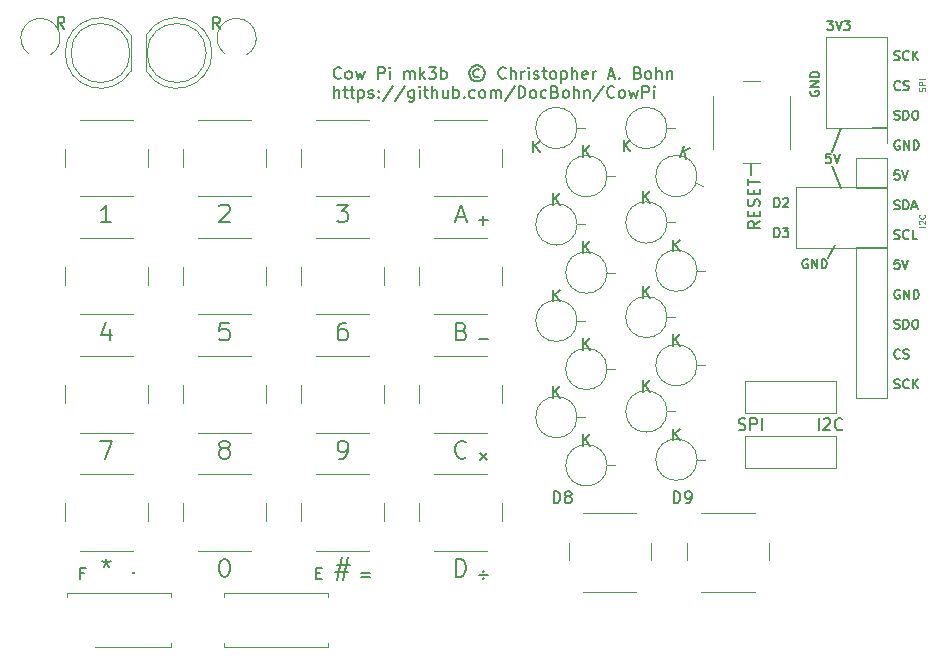
<source format=gbr>
%TF.GenerationSoftware,KiCad,Pcbnew,7.0.2-0*%
%TF.CreationDate,2023-05-27T13:50:39-05:00*%
%TF.ProjectId,CowPi-Shield,436f7750-692d-4536-9869-656c642e6b69,mk3b*%
%TF.SameCoordinates,Original*%
%TF.FileFunction,Legend,Top*%
%TF.FilePolarity,Positive*%
%FSLAX46Y46*%
G04 Gerber Fmt 4.6, Leading zero omitted, Abs format (unit mm)*
G04 Created by KiCad (PCBNEW 7.0.2-0) date 2023-05-27 13:50:39*
%MOMM*%
%LPD*%
G01*
G04 APERTURE LIST*
%ADD10C,0.150000*%
%ADD11C,0.125000*%
%ADD12C,0.120000*%
G04 APERTURE END LIST*
D10*
X166850000Y-88770000D02*
X166065082Y-90806908D01*
X159230000Y-92710000D02*
X159230000Y-91770000D01*
X166850000Y-93850000D02*
X166072653Y-91957530D01*
X165712933Y-99755738D02*
X166297489Y-98703538D01*
X164241685Y-85635714D02*
X164204542Y-85710000D01*
X164204542Y-85710000D02*
X164204542Y-85821428D01*
X164204542Y-85821428D02*
X164241685Y-85932857D01*
X164241685Y-85932857D02*
X164315971Y-86007142D01*
X164315971Y-86007142D02*
X164390257Y-86044285D01*
X164390257Y-86044285D02*
X164538828Y-86081428D01*
X164538828Y-86081428D02*
X164650257Y-86081428D01*
X164650257Y-86081428D02*
X164798828Y-86044285D01*
X164798828Y-86044285D02*
X164873114Y-86007142D01*
X164873114Y-86007142D02*
X164947400Y-85932857D01*
X164947400Y-85932857D02*
X164984542Y-85821428D01*
X164984542Y-85821428D02*
X164984542Y-85747142D01*
X164984542Y-85747142D02*
X164947400Y-85635714D01*
X164947400Y-85635714D02*
X164910257Y-85598571D01*
X164910257Y-85598571D02*
X164650257Y-85598571D01*
X164650257Y-85598571D02*
X164650257Y-85747142D01*
X164984542Y-85264285D02*
X164204542Y-85264285D01*
X164204542Y-85264285D02*
X164984542Y-84818571D01*
X164984542Y-84818571D02*
X164204542Y-84818571D01*
X164984542Y-84447142D02*
X164204542Y-84447142D01*
X164204542Y-84447142D02*
X164204542Y-84261428D01*
X164204542Y-84261428D02*
X164241685Y-84149999D01*
X164241685Y-84149999D02*
X164315971Y-84075714D01*
X164315971Y-84075714D02*
X164390257Y-84038571D01*
X164390257Y-84038571D02*
X164538828Y-84001428D01*
X164538828Y-84001428D02*
X164650257Y-84001428D01*
X164650257Y-84001428D02*
X164798828Y-84038571D01*
X164798828Y-84038571D02*
X164873114Y-84075714D01*
X164873114Y-84075714D02*
X164947400Y-84149999D01*
X164947400Y-84149999D02*
X164984542Y-84261428D01*
X164984542Y-84261428D02*
X164984542Y-84447142D01*
X171329335Y-82985378D02*
X171440764Y-83022520D01*
X171440764Y-83022520D02*
X171626478Y-83022520D01*
X171626478Y-83022520D02*
X171700764Y-82985378D01*
X171700764Y-82985378D02*
X171737906Y-82948235D01*
X171737906Y-82948235D02*
X171775049Y-82873949D01*
X171775049Y-82873949D02*
X171775049Y-82799663D01*
X171775049Y-82799663D02*
X171737906Y-82725378D01*
X171737906Y-82725378D02*
X171700764Y-82688235D01*
X171700764Y-82688235D02*
X171626478Y-82651092D01*
X171626478Y-82651092D02*
X171477906Y-82613949D01*
X171477906Y-82613949D02*
X171403621Y-82576806D01*
X171403621Y-82576806D02*
X171366478Y-82539663D01*
X171366478Y-82539663D02*
X171329335Y-82465378D01*
X171329335Y-82465378D02*
X171329335Y-82391092D01*
X171329335Y-82391092D02*
X171366478Y-82316806D01*
X171366478Y-82316806D02*
X171403621Y-82279663D01*
X171403621Y-82279663D02*
X171477906Y-82242520D01*
X171477906Y-82242520D02*
X171663621Y-82242520D01*
X171663621Y-82242520D02*
X171775049Y-82279663D01*
X172555049Y-82948235D02*
X172517906Y-82985378D01*
X172517906Y-82985378D02*
X172406478Y-83022520D01*
X172406478Y-83022520D02*
X172332192Y-83022520D01*
X172332192Y-83022520D02*
X172220763Y-82985378D01*
X172220763Y-82985378D02*
X172146478Y-82911092D01*
X172146478Y-82911092D02*
X172109335Y-82836806D01*
X172109335Y-82836806D02*
X172072192Y-82688235D01*
X172072192Y-82688235D02*
X172072192Y-82576806D01*
X172072192Y-82576806D02*
X172109335Y-82428235D01*
X172109335Y-82428235D02*
X172146478Y-82353949D01*
X172146478Y-82353949D02*
X172220763Y-82279663D01*
X172220763Y-82279663D02*
X172332192Y-82242520D01*
X172332192Y-82242520D02*
X172406478Y-82242520D01*
X172406478Y-82242520D02*
X172517906Y-82279663D01*
X172517906Y-82279663D02*
X172555049Y-82316806D01*
X172889335Y-83022520D02*
X172889335Y-82242520D01*
X173335049Y-83022520D02*
X173000763Y-82576806D01*
X173335049Y-82242520D02*
X172889335Y-82688235D01*
X171812192Y-85475435D02*
X171775049Y-85512578D01*
X171775049Y-85512578D02*
X171663621Y-85549720D01*
X171663621Y-85549720D02*
X171589335Y-85549720D01*
X171589335Y-85549720D02*
X171477906Y-85512578D01*
X171477906Y-85512578D02*
X171403621Y-85438292D01*
X171403621Y-85438292D02*
X171366478Y-85364006D01*
X171366478Y-85364006D02*
X171329335Y-85215435D01*
X171329335Y-85215435D02*
X171329335Y-85104006D01*
X171329335Y-85104006D02*
X171366478Y-84955435D01*
X171366478Y-84955435D02*
X171403621Y-84881149D01*
X171403621Y-84881149D02*
X171477906Y-84806863D01*
X171477906Y-84806863D02*
X171589335Y-84769720D01*
X171589335Y-84769720D02*
X171663621Y-84769720D01*
X171663621Y-84769720D02*
X171775049Y-84806863D01*
X171775049Y-84806863D02*
X171812192Y-84844006D01*
X172109335Y-85512578D02*
X172220764Y-85549720D01*
X172220764Y-85549720D02*
X172406478Y-85549720D01*
X172406478Y-85549720D02*
X172480764Y-85512578D01*
X172480764Y-85512578D02*
X172517906Y-85475435D01*
X172517906Y-85475435D02*
X172555049Y-85401149D01*
X172555049Y-85401149D02*
X172555049Y-85326863D01*
X172555049Y-85326863D02*
X172517906Y-85252578D01*
X172517906Y-85252578D02*
X172480764Y-85215435D01*
X172480764Y-85215435D02*
X172406478Y-85178292D01*
X172406478Y-85178292D02*
X172257906Y-85141149D01*
X172257906Y-85141149D02*
X172183621Y-85104006D01*
X172183621Y-85104006D02*
X172146478Y-85066863D01*
X172146478Y-85066863D02*
X172109335Y-84992578D01*
X172109335Y-84992578D02*
X172109335Y-84918292D01*
X172109335Y-84918292D02*
X172146478Y-84844006D01*
X172146478Y-84844006D02*
X172183621Y-84806863D01*
X172183621Y-84806863D02*
X172257906Y-84769720D01*
X172257906Y-84769720D02*
X172443621Y-84769720D01*
X172443621Y-84769720D02*
X172555049Y-84806863D01*
X171329335Y-88039778D02*
X171440764Y-88076920D01*
X171440764Y-88076920D02*
X171626478Y-88076920D01*
X171626478Y-88076920D02*
X171700764Y-88039778D01*
X171700764Y-88039778D02*
X171737906Y-88002635D01*
X171737906Y-88002635D02*
X171775049Y-87928349D01*
X171775049Y-87928349D02*
X171775049Y-87854063D01*
X171775049Y-87854063D02*
X171737906Y-87779778D01*
X171737906Y-87779778D02*
X171700764Y-87742635D01*
X171700764Y-87742635D02*
X171626478Y-87705492D01*
X171626478Y-87705492D02*
X171477906Y-87668349D01*
X171477906Y-87668349D02*
X171403621Y-87631206D01*
X171403621Y-87631206D02*
X171366478Y-87594063D01*
X171366478Y-87594063D02*
X171329335Y-87519778D01*
X171329335Y-87519778D02*
X171329335Y-87445492D01*
X171329335Y-87445492D02*
X171366478Y-87371206D01*
X171366478Y-87371206D02*
X171403621Y-87334063D01*
X171403621Y-87334063D02*
X171477906Y-87296920D01*
X171477906Y-87296920D02*
X171663621Y-87296920D01*
X171663621Y-87296920D02*
X171775049Y-87334063D01*
X172109335Y-88076920D02*
X172109335Y-87296920D01*
X172109335Y-87296920D02*
X172295049Y-87296920D01*
X172295049Y-87296920D02*
X172406478Y-87334063D01*
X172406478Y-87334063D02*
X172480763Y-87408349D01*
X172480763Y-87408349D02*
X172517906Y-87482635D01*
X172517906Y-87482635D02*
X172555049Y-87631206D01*
X172555049Y-87631206D02*
X172555049Y-87742635D01*
X172555049Y-87742635D02*
X172517906Y-87891206D01*
X172517906Y-87891206D02*
X172480763Y-87965492D01*
X172480763Y-87965492D02*
X172406478Y-88039778D01*
X172406478Y-88039778D02*
X172295049Y-88076920D01*
X172295049Y-88076920D02*
X172109335Y-88076920D01*
X173037906Y-87296920D02*
X173186478Y-87296920D01*
X173186478Y-87296920D02*
X173260763Y-87334063D01*
X173260763Y-87334063D02*
X173335049Y-87408349D01*
X173335049Y-87408349D02*
X173372192Y-87556920D01*
X173372192Y-87556920D02*
X173372192Y-87816920D01*
X173372192Y-87816920D02*
X173335049Y-87965492D01*
X173335049Y-87965492D02*
X173260763Y-88039778D01*
X173260763Y-88039778D02*
X173186478Y-88076920D01*
X173186478Y-88076920D02*
X173037906Y-88076920D01*
X173037906Y-88076920D02*
X172963621Y-88039778D01*
X172963621Y-88039778D02*
X172889335Y-87965492D01*
X172889335Y-87965492D02*
X172852192Y-87816920D01*
X172852192Y-87816920D02*
X172852192Y-87556920D01*
X172852192Y-87556920D02*
X172889335Y-87408349D01*
X172889335Y-87408349D02*
X172963621Y-87334063D01*
X172963621Y-87334063D02*
X173037906Y-87296920D01*
X171775049Y-89861263D02*
X171700764Y-89824120D01*
X171700764Y-89824120D02*
X171589335Y-89824120D01*
X171589335Y-89824120D02*
X171477906Y-89861263D01*
X171477906Y-89861263D02*
X171403621Y-89935549D01*
X171403621Y-89935549D02*
X171366478Y-90009835D01*
X171366478Y-90009835D02*
X171329335Y-90158406D01*
X171329335Y-90158406D02*
X171329335Y-90269835D01*
X171329335Y-90269835D02*
X171366478Y-90418406D01*
X171366478Y-90418406D02*
X171403621Y-90492692D01*
X171403621Y-90492692D02*
X171477906Y-90566978D01*
X171477906Y-90566978D02*
X171589335Y-90604120D01*
X171589335Y-90604120D02*
X171663621Y-90604120D01*
X171663621Y-90604120D02*
X171775049Y-90566978D01*
X171775049Y-90566978D02*
X171812192Y-90529835D01*
X171812192Y-90529835D02*
X171812192Y-90269835D01*
X171812192Y-90269835D02*
X171663621Y-90269835D01*
X172146478Y-90604120D02*
X172146478Y-89824120D01*
X172146478Y-89824120D02*
X172592192Y-90604120D01*
X172592192Y-90604120D02*
X172592192Y-89824120D01*
X172963621Y-90604120D02*
X172963621Y-89824120D01*
X172963621Y-89824120D02*
X173149335Y-89824120D01*
X173149335Y-89824120D02*
X173260764Y-89861263D01*
X173260764Y-89861263D02*
X173335049Y-89935549D01*
X173335049Y-89935549D02*
X173372192Y-90009835D01*
X173372192Y-90009835D02*
X173409335Y-90158406D01*
X173409335Y-90158406D02*
X173409335Y-90269835D01*
X173409335Y-90269835D02*
X173372192Y-90418406D01*
X173372192Y-90418406D02*
X173335049Y-90492692D01*
X173335049Y-90492692D02*
X173260764Y-90566978D01*
X173260764Y-90566978D02*
X173149335Y-90604120D01*
X173149335Y-90604120D02*
X172963621Y-90604120D01*
X171737906Y-92351320D02*
X171366478Y-92351320D01*
X171366478Y-92351320D02*
X171329335Y-92722749D01*
X171329335Y-92722749D02*
X171366478Y-92685606D01*
X171366478Y-92685606D02*
X171440764Y-92648463D01*
X171440764Y-92648463D02*
X171626478Y-92648463D01*
X171626478Y-92648463D02*
X171700764Y-92685606D01*
X171700764Y-92685606D02*
X171737906Y-92722749D01*
X171737906Y-92722749D02*
X171775049Y-92797035D01*
X171775049Y-92797035D02*
X171775049Y-92982749D01*
X171775049Y-92982749D02*
X171737906Y-93057035D01*
X171737906Y-93057035D02*
X171700764Y-93094178D01*
X171700764Y-93094178D02*
X171626478Y-93131320D01*
X171626478Y-93131320D02*
X171440764Y-93131320D01*
X171440764Y-93131320D02*
X171366478Y-93094178D01*
X171366478Y-93094178D02*
X171329335Y-93057035D01*
X171997906Y-92351320D02*
X172257906Y-93131320D01*
X172257906Y-93131320D02*
X172517906Y-92351320D01*
X171329335Y-95621378D02*
X171440764Y-95658520D01*
X171440764Y-95658520D02*
X171626478Y-95658520D01*
X171626478Y-95658520D02*
X171700764Y-95621378D01*
X171700764Y-95621378D02*
X171737906Y-95584235D01*
X171737906Y-95584235D02*
X171775049Y-95509949D01*
X171775049Y-95509949D02*
X171775049Y-95435663D01*
X171775049Y-95435663D02*
X171737906Y-95361378D01*
X171737906Y-95361378D02*
X171700764Y-95324235D01*
X171700764Y-95324235D02*
X171626478Y-95287092D01*
X171626478Y-95287092D02*
X171477906Y-95249949D01*
X171477906Y-95249949D02*
X171403621Y-95212806D01*
X171403621Y-95212806D02*
X171366478Y-95175663D01*
X171366478Y-95175663D02*
X171329335Y-95101378D01*
X171329335Y-95101378D02*
X171329335Y-95027092D01*
X171329335Y-95027092D02*
X171366478Y-94952806D01*
X171366478Y-94952806D02*
X171403621Y-94915663D01*
X171403621Y-94915663D02*
X171477906Y-94878520D01*
X171477906Y-94878520D02*
X171663621Y-94878520D01*
X171663621Y-94878520D02*
X171775049Y-94915663D01*
X172109335Y-95658520D02*
X172109335Y-94878520D01*
X172109335Y-94878520D02*
X172295049Y-94878520D01*
X172295049Y-94878520D02*
X172406478Y-94915663D01*
X172406478Y-94915663D02*
X172480763Y-94989949D01*
X172480763Y-94989949D02*
X172517906Y-95064235D01*
X172517906Y-95064235D02*
X172555049Y-95212806D01*
X172555049Y-95212806D02*
X172555049Y-95324235D01*
X172555049Y-95324235D02*
X172517906Y-95472806D01*
X172517906Y-95472806D02*
X172480763Y-95547092D01*
X172480763Y-95547092D02*
X172406478Y-95621378D01*
X172406478Y-95621378D02*
X172295049Y-95658520D01*
X172295049Y-95658520D02*
X172109335Y-95658520D01*
X172852192Y-95435663D02*
X173223621Y-95435663D01*
X172777906Y-95658520D02*
X173037906Y-94878520D01*
X173037906Y-94878520D02*
X173297906Y-95658520D01*
X171329335Y-98148578D02*
X171440764Y-98185720D01*
X171440764Y-98185720D02*
X171626478Y-98185720D01*
X171626478Y-98185720D02*
X171700764Y-98148578D01*
X171700764Y-98148578D02*
X171737906Y-98111435D01*
X171737906Y-98111435D02*
X171775049Y-98037149D01*
X171775049Y-98037149D02*
X171775049Y-97962863D01*
X171775049Y-97962863D02*
X171737906Y-97888578D01*
X171737906Y-97888578D02*
X171700764Y-97851435D01*
X171700764Y-97851435D02*
X171626478Y-97814292D01*
X171626478Y-97814292D02*
X171477906Y-97777149D01*
X171477906Y-97777149D02*
X171403621Y-97740006D01*
X171403621Y-97740006D02*
X171366478Y-97702863D01*
X171366478Y-97702863D02*
X171329335Y-97628578D01*
X171329335Y-97628578D02*
X171329335Y-97554292D01*
X171329335Y-97554292D02*
X171366478Y-97480006D01*
X171366478Y-97480006D02*
X171403621Y-97442863D01*
X171403621Y-97442863D02*
X171477906Y-97405720D01*
X171477906Y-97405720D02*
X171663621Y-97405720D01*
X171663621Y-97405720D02*
X171775049Y-97442863D01*
X172555049Y-98111435D02*
X172517906Y-98148578D01*
X172517906Y-98148578D02*
X172406478Y-98185720D01*
X172406478Y-98185720D02*
X172332192Y-98185720D01*
X172332192Y-98185720D02*
X172220763Y-98148578D01*
X172220763Y-98148578D02*
X172146478Y-98074292D01*
X172146478Y-98074292D02*
X172109335Y-98000006D01*
X172109335Y-98000006D02*
X172072192Y-97851435D01*
X172072192Y-97851435D02*
X172072192Y-97740006D01*
X172072192Y-97740006D02*
X172109335Y-97591435D01*
X172109335Y-97591435D02*
X172146478Y-97517149D01*
X172146478Y-97517149D02*
X172220763Y-97442863D01*
X172220763Y-97442863D02*
X172332192Y-97405720D01*
X172332192Y-97405720D02*
X172406478Y-97405720D01*
X172406478Y-97405720D02*
X172517906Y-97442863D01*
X172517906Y-97442863D02*
X172555049Y-97480006D01*
X173260763Y-98185720D02*
X172889335Y-98185720D01*
X172889335Y-98185720D02*
X172889335Y-97405720D01*
X171737906Y-99932920D02*
X171366478Y-99932920D01*
X171366478Y-99932920D02*
X171329335Y-100304349D01*
X171329335Y-100304349D02*
X171366478Y-100267206D01*
X171366478Y-100267206D02*
X171440764Y-100230063D01*
X171440764Y-100230063D02*
X171626478Y-100230063D01*
X171626478Y-100230063D02*
X171700764Y-100267206D01*
X171700764Y-100267206D02*
X171737906Y-100304349D01*
X171737906Y-100304349D02*
X171775049Y-100378635D01*
X171775049Y-100378635D02*
X171775049Y-100564349D01*
X171775049Y-100564349D02*
X171737906Y-100638635D01*
X171737906Y-100638635D02*
X171700764Y-100675778D01*
X171700764Y-100675778D02*
X171626478Y-100712920D01*
X171626478Y-100712920D02*
X171440764Y-100712920D01*
X171440764Y-100712920D02*
X171366478Y-100675778D01*
X171366478Y-100675778D02*
X171329335Y-100638635D01*
X171997906Y-99932920D02*
X172257906Y-100712920D01*
X172257906Y-100712920D02*
X172517906Y-99932920D01*
X171775049Y-102497263D02*
X171700764Y-102460120D01*
X171700764Y-102460120D02*
X171589335Y-102460120D01*
X171589335Y-102460120D02*
X171477906Y-102497263D01*
X171477906Y-102497263D02*
X171403621Y-102571549D01*
X171403621Y-102571549D02*
X171366478Y-102645835D01*
X171366478Y-102645835D02*
X171329335Y-102794406D01*
X171329335Y-102794406D02*
X171329335Y-102905835D01*
X171329335Y-102905835D02*
X171366478Y-103054406D01*
X171366478Y-103054406D02*
X171403621Y-103128692D01*
X171403621Y-103128692D02*
X171477906Y-103202978D01*
X171477906Y-103202978D02*
X171589335Y-103240120D01*
X171589335Y-103240120D02*
X171663621Y-103240120D01*
X171663621Y-103240120D02*
X171775049Y-103202978D01*
X171775049Y-103202978D02*
X171812192Y-103165835D01*
X171812192Y-103165835D02*
X171812192Y-102905835D01*
X171812192Y-102905835D02*
X171663621Y-102905835D01*
X172146478Y-103240120D02*
X172146478Y-102460120D01*
X172146478Y-102460120D02*
X172592192Y-103240120D01*
X172592192Y-103240120D02*
X172592192Y-102460120D01*
X172963621Y-103240120D02*
X172963621Y-102460120D01*
X172963621Y-102460120D02*
X173149335Y-102460120D01*
X173149335Y-102460120D02*
X173260764Y-102497263D01*
X173260764Y-102497263D02*
X173335049Y-102571549D01*
X173335049Y-102571549D02*
X173372192Y-102645835D01*
X173372192Y-102645835D02*
X173409335Y-102794406D01*
X173409335Y-102794406D02*
X173409335Y-102905835D01*
X173409335Y-102905835D02*
X173372192Y-103054406D01*
X173372192Y-103054406D02*
X173335049Y-103128692D01*
X173335049Y-103128692D02*
X173260764Y-103202978D01*
X173260764Y-103202978D02*
X173149335Y-103240120D01*
X173149335Y-103240120D02*
X172963621Y-103240120D01*
X171329335Y-105730178D02*
X171440764Y-105767320D01*
X171440764Y-105767320D02*
X171626478Y-105767320D01*
X171626478Y-105767320D02*
X171700764Y-105730178D01*
X171700764Y-105730178D02*
X171737906Y-105693035D01*
X171737906Y-105693035D02*
X171775049Y-105618749D01*
X171775049Y-105618749D02*
X171775049Y-105544463D01*
X171775049Y-105544463D02*
X171737906Y-105470178D01*
X171737906Y-105470178D02*
X171700764Y-105433035D01*
X171700764Y-105433035D02*
X171626478Y-105395892D01*
X171626478Y-105395892D02*
X171477906Y-105358749D01*
X171477906Y-105358749D02*
X171403621Y-105321606D01*
X171403621Y-105321606D02*
X171366478Y-105284463D01*
X171366478Y-105284463D02*
X171329335Y-105210178D01*
X171329335Y-105210178D02*
X171329335Y-105135892D01*
X171329335Y-105135892D02*
X171366478Y-105061606D01*
X171366478Y-105061606D02*
X171403621Y-105024463D01*
X171403621Y-105024463D02*
X171477906Y-104987320D01*
X171477906Y-104987320D02*
X171663621Y-104987320D01*
X171663621Y-104987320D02*
X171775049Y-105024463D01*
X172109335Y-105767320D02*
X172109335Y-104987320D01*
X172109335Y-104987320D02*
X172295049Y-104987320D01*
X172295049Y-104987320D02*
X172406478Y-105024463D01*
X172406478Y-105024463D02*
X172480763Y-105098749D01*
X172480763Y-105098749D02*
X172517906Y-105173035D01*
X172517906Y-105173035D02*
X172555049Y-105321606D01*
X172555049Y-105321606D02*
X172555049Y-105433035D01*
X172555049Y-105433035D02*
X172517906Y-105581606D01*
X172517906Y-105581606D02*
X172480763Y-105655892D01*
X172480763Y-105655892D02*
X172406478Y-105730178D01*
X172406478Y-105730178D02*
X172295049Y-105767320D01*
X172295049Y-105767320D02*
X172109335Y-105767320D01*
X173037906Y-104987320D02*
X173186478Y-104987320D01*
X173186478Y-104987320D02*
X173260763Y-105024463D01*
X173260763Y-105024463D02*
X173335049Y-105098749D01*
X173335049Y-105098749D02*
X173372192Y-105247320D01*
X173372192Y-105247320D02*
X173372192Y-105507320D01*
X173372192Y-105507320D02*
X173335049Y-105655892D01*
X173335049Y-105655892D02*
X173260763Y-105730178D01*
X173260763Y-105730178D02*
X173186478Y-105767320D01*
X173186478Y-105767320D02*
X173037906Y-105767320D01*
X173037906Y-105767320D02*
X172963621Y-105730178D01*
X172963621Y-105730178D02*
X172889335Y-105655892D01*
X172889335Y-105655892D02*
X172852192Y-105507320D01*
X172852192Y-105507320D02*
X172852192Y-105247320D01*
X172852192Y-105247320D02*
X172889335Y-105098749D01*
X172889335Y-105098749D02*
X172963621Y-105024463D01*
X172963621Y-105024463D02*
X173037906Y-104987320D01*
X171812192Y-108220235D02*
X171775049Y-108257378D01*
X171775049Y-108257378D02*
X171663621Y-108294520D01*
X171663621Y-108294520D02*
X171589335Y-108294520D01*
X171589335Y-108294520D02*
X171477906Y-108257378D01*
X171477906Y-108257378D02*
X171403621Y-108183092D01*
X171403621Y-108183092D02*
X171366478Y-108108806D01*
X171366478Y-108108806D02*
X171329335Y-107960235D01*
X171329335Y-107960235D02*
X171329335Y-107848806D01*
X171329335Y-107848806D02*
X171366478Y-107700235D01*
X171366478Y-107700235D02*
X171403621Y-107625949D01*
X171403621Y-107625949D02*
X171477906Y-107551663D01*
X171477906Y-107551663D02*
X171589335Y-107514520D01*
X171589335Y-107514520D02*
X171663621Y-107514520D01*
X171663621Y-107514520D02*
X171775049Y-107551663D01*
X171775049Y-107551663D02*
X171812192Y-107588806D01*
X172109335Y-108257378D02*
X172220764Y-108294520D01*
X172220764Y-108294520D02*
X172406478Y-108294520D01*
X172406478Y-108294520D02*
X172480764Y-108257378D01*
X172480764Y-108257378D02*
X172517906Y-108220235D01*
X172517906Y-108220235D02*
X172555049Y-108145949D01*
X172555049Y-108145949D02*
X172555049Y-108071663D01*
X172555049Y-108071663D02*
X172517906Y-107997378D01*
X172517906Y-107997378D02*
X172480764Y-107960235D01*
X172480764Y-107960235D02*
X172406478Y-107923092D01*
X172406478Y-107923092D02*
X172257906Y-107885949D01*
X172257906Y-107885949D02*
X172183621Y-107848806D01*
X172183621Y-107848806D02*
X172146478Y-107811663D01*
X172146478Y-107811663D02*
X172109335Y-107737378D01*
X172109335Y-107737378D02*
X172109335Y-107663092D01*
X172109335Y-107663092D02*
X172146478Y-107588806D01*
X172146478Y-107588806D02*
X172183621Y-107551663D01*
X172183621Y-107551663D02*
X172257906Y-107514520D01*
X172257906Y-107514520D02*
X172443621Y-107514520D01*
X172443621Y-107514520D02*
X172555049Y-107551663D01*
X171329335Y-110784578D02*
X171440764Y-110821720D01*
X171440764Y-110821720D02*
X171626478Y-110821720D01*
X171626478Y-110821720D02*
X171700764Y-110784578D01*
X171700764Y-110784578D02*
X171737906Y-110747435D01*
X171737906Y-110747435D02*
X171775049Y-110673149D01*
X171775049Y-110673149D02*
X171775049Y-110598863D01*
X171775049Y-110598863D02*
X171737906Y-110524578D01*
X171737906Y-110524578D02*
X171700764Y-110487435D01*
X171700764Y-110487435D02*
X171626478Y-110450292D01*
X171626478Y-110450292D02*
X171477906Y-110413149D01*
X171477906Y-110413149D02*
X171403621Y-110376006D01*
X171403621Y-110376006D02*
X171366478Y-110338863D01*
X171366478Y-110338863D02*
X171329335Y-110264578D01*
X171329335Y-110264578D02*
X171329335Y-110190292D01*
X171329335Y-110190292D02*
X171366478Y-110116006D01*
X171366478Y-110116006D02*
X171403621Y-110078863D01*
X171403621Y-110078863D02*
X171477906Y-110041720D01*
X171477906Y-110041720D02*
X171663621Y-110041720D01*
X171663621Y-110041720D02*
X171775049Y-110078863D01*
X172555049Y-110747435D02*
X172517906Y-110784578D01*
X172517906Y-110784578D02*
X172406478Y-110821720D01*
X172406478Y-110821720D02*
X172332192Y-110821720D01*
X172332192Y-110821720D02*
X172220763Y-110784578D01*
X172220763Y-110784578D02*
X172146478Y-110710292D01*
X172146478Y-110710292D02*
X172109335Y-110636006D01*
X172109335Y-110636006D02*
X172072192Y-110487435D01*
X172072192Y-110487435D02*
X172072192Y-110376006D01*
X172072192Y-110376006D02*
X172109335Y-110227435D01*
X172109335Y-110227435D02*
X172146478Y-110153149D01*
X172146478Y-110153149D02*
X172220763Y-110078863D01*
X172220763Y-110078863D02*
X172332192Y-110041720D01*
X172332192Y-110041720D02*
X172406478Y-110041720D01*
X172406478Y-110041720D02*
X172517906Y-110078863D01*
X172517906Y-110078863D02*
X172555049Y-110116006D01*
X172889335Y-110821720D02*
X172889335Y-110041720D01*
X173335049Y-110821720D02*
X173000763Y-110376006D01*
X173335049Y-110041720D02*
X172889335Y-110487435D01*
X122398095Y-126458809D02*
X122731428Y-126458809D01*
X122874285Y-126982619D02*
X122398095Y-126982619D01*
X122398095Y-126982619D02*
X122398095Y-125982619D01*
X122398095Y-125982619D02*
X122874285Y-125982619D01*
X102731428Y-126458809D02*
X102398095Y-126458809D01*
X102398095Y-126982619D02*
X102398095Y-125982619D01*
X102398095Y-125982619D02*
X102874285Y-125982619D01*
X152638095Y-120527619D02*
X152638095Y-119527619D01*
X152638095Y-119527619D02*
X152876190Y-119527619D01*
X152876190Y-119527619D02*
X153019047Y-119575238D01*
X153019047Y-119575238D02*
X153114285Y-119670476D01*
X153114285Y-119670476D02*
X153161904Y-119765714D01*
X153161904Y-119765714D02*
X153209523Y-119956190D01*
X153209523Y-119956190D02*
X153209523Y-120099047D01*
X153209523Y-120099047D02*
X153161904Y-120289523D01*
X153161904Y-120289523D02*
X153114285Y-120384761D01*
X153114285Y-120384761D02*
X153019047Y-120480000D01*
X153019047Y-120480000D02*
X152876190Y-120527619D01*
X152876190Y-120527619D02*
X152638095Y-120527619D01*
X153685714Y-120527619D02*
X153876190Y-120527619D01*
X153876190Y-120527619D02*
X153971428Y-120480000D01*
X153971428Y-120480000D02*
X154019047Y-120432380D01*
X154019047Y-120432380D02*
X154114285Y-120289523D01*
X154114285Y-120289523D02*
X154161904Y-120099047D01*
X154161904Y-120099047D02*
X154161904Y-119718095D01*
X154161904Y-119718095D02*
X154114285Y-119622857D01*
X154114285Y-119622857D02*
X154066666Y-119575238D01*
X154066666Y-119575238D02*
X153971428Y-119527619D01*
X153971428Y-119527619D02*
X153780952Y-119527619D01*
X153780952Y-119527619D02*
X153685714Y-119575238D01*
X153685714Y-119575238D02*
X153638095Y-119622857D01*
X153638095Y-119622857D02*
X153590476Y-119718095D01*
X153590476Y-119718095D02*
X153590476Y-119956190D01*
X153590476Y-119956190D02*
X153638095Y-120051428D01*
X153638095Y-120051428D02*
X153685714Y-120099047D01*
X153685714Y-120099047D02*
X153780952Y-120146666D01*
X153780952Y-120146666D02*
X153971428Y-120146666D01*
X153971428Y-120146666D02*
X154066666Y-120099047D01*
X154066666Y-120099047D02*
X154114285Y-120051428D01*
X154114285Y-120051428D02*
X154161904Y-119956190D01*
X136160000Y-106601666D02*
X136921905Y-106601666D01*
X142478095Y-120527619D02*
X142478095Y-119527619D01*
X142478095Y-119527619D02*
X142716190Y-119527619D01*
X142716190Y-119527619D02*
X142859047Y-119575238D01*
X142859047Y-119575238D02*
X142954285Y-119670476D01*
X142954285Y-119670476D02*
X143001904Y-119765714D01*
X143001904Y-119765714D02*
X143049523Y-119956190D01*
X143049523Y-119956190D02*
X143049523Y-120099047D01*
X143049523Y-120099047D02*
X143001904Y-120289523D01*
X143001904Y-120289523D02*
X142954285Y-120384761D01*
X142954285Y-120384761D02*
X142859047Y-120480000D01*
X142859047Y-120480000D02*
X142716190Y-120527619D01*
X142716190Y-120527619D02*
X142478095Y-120527619D01*
X143620952Y-119956190D02*
X143525714Y-119908571D01*
X143525714Y-119908571D02*
X143478095Y-119860952D01*
X143478095Y-119860952D02*
X143430476Y-119765714D01*
X143430476Y-119765714D02*
X143430476Y-119718095D01*
X143430476Y-119718095D02*
X143478095Y-119622857D01*
X143478095Y-119622857D02*
X143525714Y-119575238D01*
X143525714Y-119575238D02*
X143620952Y-119527619D01*
X143620952Y-119527619D02*
X143811428Y-119527619D01*
X143811428Y-119527619D02*
X143906666Y-119575238D01*
X143906666Y-119575238D02*
X143954285Y-119622857D01*
X143954285Y-119622857D02*
X144001904Y-119718095D01*
X144001904Y-119718095D02*
X144001904Y-119765714D01*
X144001904Y-119765714D02*
X143954285Y-119860952D01*
X143954285Y-119860952D02*
X143906666Y-119908571D01*
X143906666Y-119908571D02*
X143811428Y-119956190D01*
X143811428Y-119956190D02*
X143620952Y-119956190D01*
X143620952Y-119956190D02*
X143525714Y-120003809D01*
X143525714Y-120003809D02*
X143478095Y-120051428D01*
X143478095Y-120051428D02*
X143430476Y-120146666D01*
X143430476Y-120146666D02*
X143430476Y-120337142D01*
X143430476Y-120337142D02*
X143478095Y-120432380D01*
X143478095Y-120432380D02*
X143525714Y-120480000D01*
X143525714Y-120480000D02*
X143620952Y-120527619D01*
X143620952Y-120527619D02*
X143811428Y-120527619D01*
X143811428Y-120527619D02*
X143906666Y-120480000D01*
X143906666Y-120480000D02*
X143954285Y-120432380D01*
X143954285Y-120432380D02*
X144001904Y-120337142D01*
X144001904Y-120337142D02*
X144001904Y-120146666D01*
X144001904Y-120146666D02*
X143954285Y-120051428D01*
X143954285Y-120051428D02*
X143906666Y-120003809D01*
X143906666Y-120003809D02*
X143811428Y-119956190D01*
X158150476Y-114300000D02*
X158293333Y-114347619D01*
X158293333Y-114347619D02*
X158531428Y-114347619D01*
X158531428Y-114347619D02*
X158626666Y-114300000D01*
X158626666Y-114300000D02*
X158674285Y-114252380D01*
X158674285Y-114252380D02*
X158721904Y-114157142D01*
X158721904Y-114157142D02*
X158721904Y-114061904D01*
X158721904Y-114061904D02*
X158674285Y-113966666D01*
X158674285Y-113966666D02*
X158626666Y-113919047D01*
X158626666Y-113919047D02*
X158531428Y-113871428D01*
X158531428Y-113871428D02*
X158340952Y-113823809D01*
X158340952Y-113823809D02*
X158245714Y-113776190D01*
X158245714Y-113776190D02*
X158198095Y-113728571D01*
X158198095Y-113728571D02*
X158150476Y-113633333D01*
X158150476Y-113633333D02*
X158150476Y-113538095D01*
X158150476Y-113538095D02*
X158198095Y-113442857D01*
X158198095Y-113442857D02*
X158245714Y-113395238D01*
X158245714Y-113395238D02*
X158340952Y-113347619D01*
X158340952Y-113347619D02*
X158579047Y-113347619D01*
X158579047Y-113347619D02*
X158721904Y-113395238D01*
X159150476Y-114347619D02*
X159150476Y-113347619D01*
X159150476Y-113347619D02*
X159531428Y-113347619D01*
X159531428Y-113347619D02*
X159626666Y-113395238D01*
X159626666Y-113395238D02*
X159674285Y-113442857D01*
X159674285Y-113442857D02*
X159721904Y-113538095D01*
X159721904Y-113538095D02*
X159721904Y-113680952D01*
X159721904Y-113680952D02*
X159674285Y-113776190D01*
X159674285Y-113776190D02*
X159626666Y-113823809D01*
X159626666Y-113823809D02*
X159531428Y-113871428D01*
X159531428Y-113871428D02*
X159150476Y-113871428D01*
X160150476Y-114347619D02*
X160150476Y-113347619D01*
X136160000Y-96601666D02*
X136921905Y-96601666D01*
X136540952Y-96982619D02*
X136540952Y-96220714D01*
D11*
X173928809Y-97129671D02*
X173428809Y-97129671D01*
X173476428Y-96915385D02*
X173452619Y-96891576D01*
X173452619Y-96891576D02*
X173428809Y-96843957D01*
X173428809Y-96843957D02*
X173428809Y-96724909D01*
X173428809Y-96724909D02*
X173452619Y-96677290D01*
X173452619Y-96677290D02*
X173476428Y-96653481D01*
X173476428Y-96653481D02*
X173524047Y-96629671D01*
X173524047Y-96629671D02*
X173571666Y-96629671D01*
X173571666Y-96629671D02*
X173643095Y-96653481D01*
X173643095Y-96653481D02*
X173928809Y-96939195D01*
X173928809Y-96939195D02*
X173928809Y-96629671D01*
X173881190Y-96129672D02*
X173905000Y-96153481D01*
X173905000Y-96153481D02*
X173928809Y-96224910D01*
X173928809Y-96224910D02*
X173928809Y-96272529D01*
X173928809Y-96272529D02*
X173905000Y-96343957D01*
X173905000Y-96343957D02*
X173857380Y-96391576D01*
X173857380Y-96391576D02*
X173809761Y-96415386D01*
X173809761Y-96415386D02*
X173714523Y-96439195D01*
X173714523Y-96439195D02*
X173643095Y-96439195D01*
X173643095Y-96439195D02*
X173547857Y-96415386D01*
X173547857Y-96415386D02*
X173500238Y-96391576D01*
X173500238Y-96391576D02*
X173452619Y-96343957D01*
X173452619Y-96343957D02*
X173428809Y-96272529D01*
X173428809Y-96272529D02*
X173428809Y-96224910D01*
X173428809Y-96224910D02*
X173452619Y-96153481D01*
X173452619Y-96153481D02*
X173476428Y-96129672D01*
D10*
X164918095Y-114347619D02*
X164918095Y-113347619D01*
X165346666Y-113442857D02*
X165394285Y-113395238D01*
X165394285Y-113395238D02*
X165489523Y-113347619D01*
X165489523Y-113347619D02*
X165727618Y-113347619D01*
X165727618Y-113347619D02*
X165822856Y-113395238D01*
X165822856Y-113395238D02*
X165870475Y-113442857D01*
X165870475Y-113442857D02*
X165918094Y-113538095D01*
X165918094Y-113538095D02*
X165918094Y-113633333D01*
X165918094Y-113633333D02*
X165870475Y-113776190D01*
X165870475Y-113776190D02*
X165299047Y-114347619D01*
X165299047Y-114347619D02*
X165918094Y-114347619D01*
X166918094Y-114252380D02*
X166870475Y-114300000D01*
X166870475Y-114300000D02*
X166727618Y-114347619D01*
X166727618Y-114347619D02*
X166632380Y-114347619D01*
X166632380Y-114347619D02*
X166489523Y-114300000D01*
X166489523Y-114300000D02*
X166394285Y-114204761D01*
X166394285Y-114204761D02*
X166346666Y-114109523D01*
X166346666Y-114109523D02*
X166299047Y-113919047D01*
X166299047Y-113919047D02*
X166299047Y-113776190D01*
X166299047Y-113776190D02*
X166346666Y-113585714D01*
X166346666Y-113585714D02*
X166394285Y-113490476D01*
X166394285Y-113490476D02*
X166489523Y-113395238D01*
X166489523Y-113395238D02*
X166632380Y-113347619D01*
X166632380Y-113347619D02*
X166727618Y-113347619D01*
X166727618Y-113347619D02*
X166870475Y-113395238D01*
X166870475Y-113395238D02*
X166918094Y-113442857D01*
X136921905Y-126601666D02*
X136160000Y-126601666D01*
X136540952Y-126839761D02*
X136588571Y-126887380D01*
X136588571Y-126887380D02*
X136540952Y-126935000D01*
X136540952Y-126935000D02*
X136493333Y-126887380D01*
X136493333Y-126887380D02*
X136540952Y-126839761D01*
X136540952Y-126839761D02*
X136540952Y-126935000D01*
X136540952Y-126268333D02*
X136588571Y-126315952D01*
X136588571Y-126315952D02*
X136540952Y-126363571D01*
X136540952Y-126363571D02*
X136493333Y-126315952D01*
X136493333Y-126315952D02*
X136540952Y-126268333D01*
X136540952Y-126268333D02*
X136540952Y-126363571D01*
D11*
X173905000Y-85653480D02*
X173928809Y-85582052D01*
X173928809Y-85582052D02*
X173928809Y-85463004D01*
X173928809Y-85463004D02*
X173905000Y-85415385D01*
X173905000Y-85415385D02*
X173881190Y-85391576D01*
X173881190Y-85391576D02*
X173833571Y-85367766D01*
X173833571Y-85367766D02*
X173785952Y-85367766D01*
X173785952Y-85367766D02*
X173738333Y-85391576D01*
X173738333Y-85391576D02*
X173714523Y-85415385D01*
X173714523Y-85415385D02*
X173690714Y-85463004D01*
X173690714Y-85463004D02*
X173666904Y-85558242D01*
X173666904Y-85558242D02*
X173643095Y-85605861D01*
X173643095Y-85605861D02*
X173619285Y-85629671D01*
X173619285Y-85629671D02*
X173571666Y-85653480D01*
X173571666Y-85653480D02*
X173524047Y-85653480D01*
X173524047Y-85653480D02*
X173476428Y-85629671D01*
X173476428Y-85629671D02*
X173452619Y-85605861D01*
X173452619Y-85605861D02*
X173428809Y-85558242D01*
X173428809Y-85558242D02*
X173428809Y-85439195D01*
X173428809Y-85439195D02*
X173452619Y-85367766D01*
X173928809Y-85153481D02*
X173428809Y-85153481D01*
X173428809Y-85153481D02*
X173428809Y-84963005D01*
X173428809Y-84963005D02*
X173452619Y-84915386D01*
X173452619Y-84915386D02*
X173476428Y-84891576D01*
X173476428Y-84891576D02*
X173524047Y-84867767D01*
X173524047Y-84867767D02*
X173595476Y-84867767D01*
X173595476Y-84867767D02*
X173643095Y-84891576D01*
X173643095Y-84891576D02*
X173666904Y-84915386D01*
X173666904Y-84915386D02*
X173690714Y-84963005D01*
X173690714Y-84963005D02*
X173690714Y-85153481D01*
X173928809Y-84653481D02*
X173428809Y-84653481D01*
D10*
X163991794Y-99907356D02*
X163917509Y-99870213D01*
X163917509Y-99870213D02*
X163806080Y-99870213D01*
X163806080Y-99870213D02*
X163694651Y-99907356D01*
X163694651Y-99907356D02*
X163620366Y-99981642D01*
X163620366Y-99981642D02*
X163583223Y-100055928D01*
X163583223Y-100055928D02*
X163546080Y-100204499D01*
X163546080Y-100204499D02*
X163546080Y-100315928D01*
X163546080Y-100315928D02*
X163583223Y-100464499D01*
X163583223Y-100464499D02*
X163620366Y-100538785D01*
X163620366Y-100538785D02*
X163694651Y-100613071D01*
X163694651Y-100613071D02*
X163806080Y-100650213D01*
X163806080Y-100650213D02*
X163880366Y-100650213D01*
X163880366Y-100650213D02*
X163991794Y-100613071D01*
X163991794Y-100613071D02*
X164028937Y-100575928D01*
X164028937Y-100575928D02*
X164028937Y-100315928D01*
X164028937Y-100315928D02*
X163880366Y-100315928D01*
X164363223Y-100650213D02*
X164363223Y-99870213D01*
X164363223Y-99870213D02*
X164808937Y-100650213D01*
X164808937Y-100650213D02*
X164808937Y-99870213D01*
X165180366Y-100650213D02*
X165180366Y-99870213D01*
X165180366Y-99870213D02*
X165366080Y-99870213D01*
X165366080Y-99870213D02*
X165477509Y-99907356D01*
X165477509Y-99907356D02*
X165551794Y-99981642D01*
X165551794Y-99981642D02*
X165588937Y-100055928D01*
X165588937Y-100055928D02*
X165626080Y-100204499D01*
X165626080Y-100204499D02*
X165626080Y-100315928D01*
X165626080Y-100315928D02*
X165588937Y-100464499D01*
X165588937Y-100464499D02*
X165551794Y-100538785D01*
X165551794Y-100538785D02*
X165477509Y-100613071D01*
X165477509Y-100613071D02*
X165366080Y-100650213D01*
X165366080Y-100650213D02*
X165180366Y-100650213D01*
X161182269Y-95478696D02*
X161182269Y-94698696D01*
X161182269Y-94698696D02*
X161367983Y-94698696D01*
X161367983Y-94698696D02*
X161479412Y-94735839D01*
X161479412Y-94735839D02*
X161553697Y-94810125D01*
X161553697Y-94810125D02*
X161590840Y-94884411D01*
X161590840Y-94884411D02*
X161627983Y-95032982D01*
X161627983Y-95032982D02*
X161627983Y-95144411D01*
X161627983Y-95144411D02*
X161590840Y-95292982D01*
X161590840Y-95292982D02*
X161553697Y-95367268D01*
X161553697Y-95367268D02*
X161479412Y-95441554D01*
X161479412Y-95441554D02*
X161367983Y-95478696D01*
X161367983Y-95478696D02*
X161182269Y-95478696D01*
X161925126Y-94772982D02*
X161962269Y-94735839D01*
X161962269Y-94735839D02*
X162036555Y-94698696D01*
X162036555Y-94698696D02*
X162222269Y-94698696D01*
X162222269Y-94698696D02*
X162296555Y-94735839D01*
X162296555Y-94735839D02*
X162333697Y-94772982D01*
X162333697Y-94772982D02*
X162370840Y-94847268D01*
X162370840Y-94847268D02*
X162370840Y-94921554D01*
X162370840Y-94921554D02*
X162333697Y-95032982D01*
X162333697Y-95032982D02*
X161887983Y-95478696D01*
X161887983Y-95478696D02*
X162370840Y-95478696D01*
X161182269Y-98005896D02*
X161182269Y-97225896D01*
X161182269Y-97225896D02*
X161367983Y-97225896D01*
X161367983Y-97225896D02*
X161479412Y-97263039D01*
X161479412Y-97263039D02*
X161553697Y-97337325D01*
X161553697Y-97337325D02*
X161590840Y-97411611D01*
X161590840Y-97411611D02*
X161627983Y-97560182D01*
X161627983Y-97560182D02*
X161627983Y-97671611D01*
X161627983Y-97671611D02*
X161590840Y-97820182D01*
X161590840Y-97820182D02*
X161553697Y-97894468D01*
X161553697Y-97894468D02*
X161479412Y-97968754D01*
X161479412Y-97968754D02*
X161367983Y-98005896D01*
X161367983Y-98005896D02*
X161182269Y-98005896D01*
X161887983Y-97225896D02*
X162370840Y-97225896D01*
X162370840Y-97225896D02*
X162110840Y-97523039D01*
X162110840Y-97523039D02*
X162222269Y-97523039D01*
X162222269Y-97523039D02*
X162296555Y-97560182D01*
X162296555Y-97560182D02*
X162333697Y-97597325D01*
X162333697Y-97597325D02*
X162370840Y-97671611D01*
X162370840Y-97671611D02*
X162370840Y-97857325D01*
X162370840Y-97857325D02*
X162333697Y-97931611D01*
X162333697Y-97931611D02*
X162296555Y-97968754D01*
X162296555Y-97968754D02*
X162222269Y-98005896D01*
X162222269Y-98005896D02*
X161999412Y-98005896D01*
X161999412Y-98005896D02*
X161925126Y-97968754D01*
X161925126Y-97968754D02*
X161887983Y-97931611D01*
X106921905Y-126387380D02*
X106969524Y-126435000D01*
X106969524Y-126435000D02*
X106921905Y-126482619D01*
X106921905Y-126482619D02*
X106874286Y-126435000D01*
X106874286Y-126435000D02*
X106921905Y-126387380D01*
X106921905Y-126387380D02*
X106921905Y-126482619D01*
X124479523Y-84517380D02*
X124431904Y-84565000D01*
X124431904Y-84565000D02*
X124289047Y-84612619D01*
X124289047Y-84612619D02*
X124193809Y-84612619D01*
X124193809Y-84612619D02*
X124050952Y-84565000D01*
X124050952Y-84565000D02*
X123955714Y-84469761D01*
X123955714Y-84469761D02*
X123908095Y-84374523D01*
X123908095Y-84374523D02*
X123860476Y-84184047D01*
X123860476Y-84184047D02*
X123860476Y-84041190D01*
X123860476Y-84041190D02*
X123908095Y-83850714D01*
X123908095Y-83850714D02*
X123955714Y-83755476D01*
X123955714Y-83755476D02*
X124050952Y-83660238D01*
X124050952Y-83660238D02*
X124193809Y-83612619D01*
X124193809Y-83612619D02*
X124289047Y-83612619D01*
X124289047Y-83612619D02*
X124431904Y-83660238D01*
X124431904Y-83660238D02*
X124479523Y-83707857D01*
X125050952Y-84612619D02*
X124955714Y-84565000D01*
X124955714Y-84565000D02*
X124908095Y-84517380D01*
X124908095Y-84517380D02*
X124860476Y-84422142D01*
X124860476Y-84422142D02*
X124860476Y-84136428D01*
X124860476Y-84136428D02*
X124908095Y-84041190D01*
X124908095Y-84041190D02*
X124955714Y-83993571D01*
X124955714Y-83993571D02*
X125050952Y-83945952D01*
X125050952Y-83945952D02*
X125193809Y-83945952D01*
X125193809Y-83945952D02*
X125289047Y-83993571D01*
X125289047Y-83993571D02*
X125336666Y-84041190D01*
X125336666Y-84041190D02*
X125384285Y-84136428D01*
X125384285Y-84136428D02*
X125384285Y-84422142D01*
X125384285Y-84422142D02*
X125336666Y-84517380D01*
X125336666Y-84517380D02*
X125289047Y-84565000D01*
X125289047Y-84565000D02*
X125193809Y-84612619D01*
X125193809Y-84612619D02*
X125050952Y-84612619D01*
X125717619Y-83945952D02*
X125908095Y-84612619D01*
X125908095Y-84612619D02*
X126098571Y-84136428D01*
X126098571Y-84136428D02*
X126289047Y-84612619D01*
X126289047Y-84612619D02*
X126479523Y-83945952D01*
X127622381Y-84612619D02*
X127622381Y-83612619D01*
X127622381Y-83612619D02*
X128003333Y-83612619D01*
X128003333Y-83612619D02*
X128098571Y-83660238D01*
X128098571Y-83660238D02*
X128146190Y-83707857D01*
X128146190Y-83707857D02*
X128193809Y-83803095D01*
X128193809Y-83803095D02*
X128193809Y-83945952D01*
X128193809Y-83945952D02*
X128146190Y-84041190D01*
X128146190Y-84041190D02*
X128098571Y-84088809D01*
X128098571Y-84088809D02*
X128003333Y-84136428D01*
X128003333Y-84136428D02*
X127622381Y-84136428D01*
X128622381Y-84612619D02*
X128622381Y-83945952D01*
X128622381Y-83612619D02*
X128574762Y-83660238D01*
X128574762Y-83660238D02*
X128622381Y-83707857D01*
X128622381Y-83707857D02*
X128670000Y-83660238D01*
X128670000Y-83660238D02*
X128622381Y-83612619D01*
X128622381Y-83612619D02*
X128622381Y-83707857D01*
X129860476Y-84612619D02*
X129860476Y-83945952D01*
X129860476Y-84041190D02*
X129908095Y-83993571D01*
X129908095Y-83993571D02*
X130003333Y-83945952D01*
X130003333Y-83945952D02*
X130146190Y-83945952D01*
X130146190Y-83945952D02*
X130241428Y-83993571D01*
X130241428Y-83993571D02*
X130289047Y-84088809D01*
X130289047Y-84088809D02*
X130289047Y-84612619D01*
X130289047Y-84088809D02*
X130336666Y-83993571D01*
X130336666Y-83993571D02*
X130431904Y-83945952D01*
X130431904Y-83945952D02*
X130574761Y-83945952D01*
X130574761Y-83945952D02*
X130670000Y-83993571D01*
X130670000Y-83993571D02*
X130717619Y-84088809D01*
X130717619Y-84088809D02*
X130717619Y-84612619D01*
X131193809Y-84612619D02*
X131193809Y-83612619D01*
X131289047Y-84231666D02*
X131574761Y-84612619D01*
X131574761Y-83945952D02*
X131193809Y-84326904D01*
X131908095Y-83612619D02*
X132527142Y-83612619D01*
X132527142Y-83612619D02*
X132193809Y-83993571D01*
X132193809Y-83993571D02*
X132336666Y-83993571D01*
X132336666Y-83993571D02*
X132431904Y-84041190D01*
X132431904Y-84041190D02*
X132479523Y-84088809D01*
X132479523Y-84088809D02*
X132527142Y-84184047D01*
X132527142Y-84184047D02*
X132527142Y-84422142D01*
X132527142Y-84422142D02*
X132479523Y-84517380D01*
X132479523Y-84517380D02*
X132431904Y-84565000D01*
X132431904Y-84565000D02*
X132336666Y-84612619D01*
X132336666Y-84612619D02*
X132050952Y-84612619D01*
X132050952Y-84612619D02*
X131955714Y-84565000D01*
X131955714Y-84565000D02*
X131908095Y-84517380D01*
X132955714Y-84612619D02*
X132955714Y-83612619D01*
X132955714Y-83993571D02*
X133050952Y-83945952D01*
X133050952Y-83945952D02*
X133241428Y-83945952D01*
X133241428Y-83945952D02*
X133336666Y-83993571D01*
X133336666Y-83993571D02*
X133384285Y-84041190D01*
X133384285Y-84041190D02*
X133431904Y-84136428D01*
X133431904Y-84136428D02*
X133431904Y-84422142D01*
X133431904Y-84422142D02*
X133384285Y-84517380D01*
X133384285Y-84517380D02*
X133336666Y-84565000D01*
X133336666Y-84565000D02*
X133241428Y-84612619D01*
X133241428Y-84612619D02*
X133050952Y-84612619D01*
X133050952Y-84612619D02*
X132955714Y-84565000D01*
X136193810Y-83850714D02*
X136098571Y-83803095D01*
X136098571Y-83803095D02*
X135908095Y-83803095D01*
X135908095Y-83803095D02*
X135812857Y-83850714D01*
X135812857Y-83850714D02*
X135717619Y-83945952D01*
X135717619Y-83945952D02*
X135670000Y-84041190D01*
X135670000Y-84041190D02*
X135670000Y-84231666D01*
X135670000Y-84231666D02*
X135717619Y-84326904D01*
X135717619Y-84326904D02*
X135812857Y-84422142D01*
X135812857Y-84422142D02*
X135908095Y-84469761D01*
X135908095Y-84469761D02*
X136098571Y-84469761D01*
X136098571Y-84469761D02*
X136193810Y-84422142D01*
X136003333Y-83469761D02*
X135765238Y-83517380D01*
X135765238Y-83517380D02*
X135527143Y-83660238D01*
X135527143Y-83660238D02*
X135384286Y-83898333D01*
X135384286Y-83898333D02*
X135336667Y-84136428D01*
X135336667Y-84136428D02*
X135384286Y-84374523D01*
X135384286Y-84374523D02*
X135527143Y-84612619D01*
X135527143Y-84612619D02*
X135765238Y-84755476D01*
X135765238Y-84755476D02*
X136003333Y-84803095D01*
X136003333Y-84803095D02*
X136241429Y-84755476D01*
X136241429Y-84755476D02*
X136479524Y-84612619D01*
X136479524Y-84612619D02*
X136622381Y-84374523D01*
X136622381Y-84374523D02*
X136670000Y-84136428D01*
X136670000Y-84136428D02*
X136622381Y-83898333D01*
X136622381Y-83898333D02*
X136479524Y-83660238D01*
X136479524Y-83660238D02*
X136241429Y-83517380D01*
X136241429Y-83517380D02*
X136003333Y-83469761D01*
X138431905Y-84517380D02*
X138384286Y-84565000D01*
X138384286Y-84565000D02*
X138241429Y-84612619D01*
X138241429Y-84612619D02*
X138146191Y-84612619D01*
X138146191Y-84612619D02*
X138003334Y-84565000D01*
X138003334Y-84565000D02*
X137908096Y-84469761D01*
X137908096Y-84469761D02*
X137860477Y-84374523D01*
X137860477Y-84374523D02*
X137812858Y-84184047D01*
X137812858Y-84184047D02*
X137812858Y-84041190D01*
X137812858Y-84041190D02*
X137860477Y-83850714D01*
X137860477Y-83850714D02*
X137908096Y-83755476D01*
X137908096Y-83755476D02*
X138003334Y-83660238D01*
X138003334Y-83660238D02*
X138146191Y-83612619D01*
X138146191Y-83612619D02*
X138241429Y-83612619D01*
X138241429Y-83612619D02*
X138384286Y-83660238D01*
X138384286Y-83660238D02*
X138431905Y-83707857D01*
X138860477Y-84612619D02*
X138860477Y-83612619D01*
X139289048Y-84612619D02*
X139289048Y-84088809D01*
X139289048Y-84088809D02*
X139241429Y-83993571D01*
X139241429Y-83993571D02*
X139146191Y-83945952D01*
X139146191Y-83945952D02*
X139003334Y-83945952D01*
X139003334Y-83945952D02*
X138908096Y-83993571D01*
X138908096Y-83993571D02*
X138860477Y-84041190D01*
X139765239Y-84612619D02*
X139765239Y-83945952D01*
X139765239Y-84136428D02*
X139812858Y-84041190D01*
X139812858Y-84041190D02*
X139860477Y-83993571D01*
X139860477Y-83993571D02*
X139955715Y-83945952D01*
X139955715Y-83945952D02*
X140050953Y-83945952D01*
X140384287Y-84612619D02*
X140384287Y-83945952D01*
X140384287Y-83612619D02*
X140336668Y-83660238D01*
X140336668Y-83660238D02*
X140384287Y-83707857D01*
X140384287Y-83707857D02*
X140431906Y-83660238D01*
X140431906Y-83660238D02*
X140384287Y-83612619D01*
X140384287Y-83612619D02*
X140384287Y-83707857D01*
X140812858Y-84565000D02*
X140908096Y-84612619D01*
X140908096Y-84612619D02*
X141098572Y-84612619D01*
X141098572Y-84612619D02*
X141193810Y-84565000D01*
X141193810Y-84565000D02*
X141241429Y-84469761D01*
X141241429Y-84469761D02*
X141241429Y-84422142D01*
X141241429Y-84422142D02*
X141193810Y-84326904D01*
X141193810Y-84326904D02*
X141098572Y-84279285D01*
X141098572Y-84279285D02*
X140955715Y-84279285D01*
X140955715Y-84279285D02*
X140860477Y-84231666D01*
X140860477Y-84231666D02*
X140812858Y-84136428D01*
X140812858Y-84136428D02*
X140812858Y-84088809D01*
X140812858Y-84088809D02*
X140860477Y-83993571D01*
X140860477Y-83993571D02*
X140955715Y-83945952D01*
X140955715Y-83945952D02*
X141098572Y-83945952D01*
X141098572Y-83945952D02*
X141193810Y-83993571D01*
X141527144Y-83945952D02*
X141908096Y-83945952D01*
X141670001Y-83612619D02*
X141670001Y-84469761D01*
X141670001Y-84469761D02*
X141717620Y-84565000D01*
X141717620Y-84565000D02*
X141812858Y-84612619D01*
X141812858Y-84612619D02*
X141908096Y-84612619D01*
X142384287Y-84612619D02*
X142289049Y-84565000D01*
X142289049Y-84565000D02*
X142241430Y-84517380D01*
X142241430Y-84517380D02*
X142193811Y-84422142D01*
X142193811Y-84422142D02*
X142193811Y-84136428D01*
X142193811Y-84136428D02*
X142241430Y-84041190D01*
X142241430Y-84041190D02*
X142289049Y-83993571D01*
X142289049Y-83993571D02*
X142384287Y-83945952D01*
X142384287Y-83945952D02*
X142527144Y-83945952D01*
X142527144Y-83945952D02*
X142622382Y-83993571D01*
X142622382Y-83993571D02*
X142670001Y-84041190D01*
X142670001Y-84041190D02*
X142717620Y-84136428D01*
X142717620Y-84136428D02*
X142717620Y-84422142D01*
X142717620Y-84422142D02*
X142670001Y-84517380D01*
X142670001Y-84517380D02*
X142622382Y-84565000D01*
X142622382Y-84565000D02*
X142527144Y-84612619D01*
X142527144Y-84612619D02*
X142384287Y-84612619D01*
X143146192Y-83945952D02*
X143146192Y-84945952D01*
X143146192Y-83993571D02*
X143241430Y-83945952D01*
X143241430Y-83945952D02*
X143431906Y-83945952D01*
X143431906Y-83945952D02*
X143527144Y-83993571D01*
X143527144Y-83993571D02*
X143574763Y-84041190D01*
X143574763Y-84041190D02*
X143622382Y-84136428D01*
X143622382Y-84136428D02*
X143622382Y-84422142D01*
X143622382Y-84422142D02*
X143574763Y-84517380D01*
X143574763Y-84517380D02*
X143527144Y-84565000D01*
X143527144Y-84565000D02*
X143431906Y-84612619D01*
X143431906Y-84612619D02*
X143241430Y-84612619D01*
X143241430Y-84612619D02*
X143146192Y-84565000D01*
X144050954Y-84612619D02*
X144050954Y-83612619D01*
X144479525Y-84612619D02*
X144479525Y-84088809D01*
X144479525Y-84088809D02*
X144431906Y-83993571D01*
X144431906Y-83993571D02*
X144336668Y-83945952D01*
X144336668Y-83945952D02*
X144193811Y-83945952D01*
X144193811Y-83945952D02*
X144098573Y-83993571D01*
X144098573Y-83993571D02*
X144050954Y-84041190D01*
X145336668Y-84565000D02*
X145241430Y-84612619D01*
X145241430Y-84612619D02*
X145050954Y-84612619D01*
X145050954Y-84612619D02*
X144955716Y-84565000D01*
X144955716Y-84565000D02*
X144908097Y-84469761D01*
X144908097Y-84469761D02*
X144908097Y-84088809D01*
X144908097Y-84088809D02*
X144955716Y-83993571D01*
X144955716Y-83993571D02*
X145050954Y-83945952D01*
X145050954Y-83945952D02*
X145241430Y-83945952D01*
X145241430Y-83945952D02*
X145336668Y-83993571D01*
X145336668Y-83993571D02*
X145384287Y-84088809D01*
X145384287Y-84088809D02*
X145384287Y-84184047D01*
X145384287Y-84184047D02*
X144908097Y-84279285D01*
X145812859Y-84612619D02*
X145812859Y-83945952D01*
X145812859Y-84136428D02*
X145860478Y-84041190D01*
X145860478Y-84041190D02*
X145908097Y-83993571D01*
X145908097Y-83993571D02*
X146003335Y-83945952D01*
X146003335Y-83945952D02*
X146098573Y-83945952D01*
X147146193Y-84326904D02*
X147622383Y-84326904D01*
X147050955Y-84612619D02*
X147384288Y-83612619D01*
X147384288Y-83612619D02*
X147717621Y-84612619D01*
X148050955Y-84517380D02*
X148098574Y-84565000D01*
X148098574Y-84565000D02*
X148050955Y-84612619D01*
X148050955Y-84612619D02*
X148003336Y-84565000D01*
X148003336Y-84565000D02*
X148050955Y-84517380D01*
X148050955Y-84517380D02*
X148050955Y-84612619D01*
X149622383Y-84088809D02*
X149765240Y-84136428D01*
X149765240Y-84136428D02*
X149812859Y-84184047D01*
X149812859Y-84184047D02*
X149860478Y-84279285D01*
X149860478Y-84279285D02*
X149860478Y-84422142D01*
X149860478Y-84422142D02*
X149812859Y-84517380D01*
X149812859Y-84517380D02*
X149765240Y-84565000D01*
X149765240Y-84565000D02*
X149670002Y-84612619D01*
X149670002Y-84612619D02*
X149289050Y-84612619D01*
X149289050Y-84612619D02*
X149289050Y-83612619D01*
X149289050Y-83612619D02*
X149622383Y-83612619D01*
X149622383Y-83612619D02*
X149717621Y-83660238D01*
X149717621Y-83660238D02*
X149765240Y-83707857D01*
X149765240Y-83707857D02*
X149812859Y-83803095D01*
X149812859Y-83803095D02*
X149812859Y-83898333D01*
X149812859Y-83898333D02*
X149765240Y-83993571D01*
X149765240Y-83993571D02*
X149717621Y-84041190D01*
X149717621Y-84041190D02*
X149622383Y-84088809D01*
X149622383Y-84088809D02*
X149289050Y-84088809D01*
X150431907Y-84612619D02*
X150336669Y-84565000D01*
X150336669Y-84565000D02*
X150289050Y-84517380D01*
X150289050Y-84517380D02*
X150241431Y-84422142D01*
X150241431Y-84422142D02*
X150241431Y-84136428D01*
X150241431Y-84136428D02*
X150289050Y-84041190D01*
X150289050Y-84041190D02*
X150336669Y-83993571D01*
X150336669Y-83993571D02*
X150431907Y-83945952D01*
X150431907Y-83945952D02*
X150574764Y-83945952D01*
X150574764Y-83945952D02*
X150670002Y-83993571D01*
X150670002Y-83993571D02*
X150717621Y-84041190D01*
X150717621Y-84041190D02*
X150765240Y-84136428D01*
X150765240Y-84136428D02*
X150765240Y-84422142D01*
X150765240Y-84422142D02*
X150717621Y-84517380D01*
X150717621Y-84517380D02*
X150670002Y-84565000D01*
X150670002Y-84565000D02*
X150574764Y-84612619D01*
X150574764Y-84612619D02*
X150431907Y-84612619D01*
X151193812Y-84612619D02*
X151193812Y-83612619D01*
X151622383Y-84612619D02*
X151622383Y-84088809D01*
X151622383Y-84088809D02*
X151574764Y-83993571D01*
X151574764Y-83993571D02*
X151479526Y-83945952D01*
X151479526Y-83945952D02*
X151336669Y-83945952D01*
X151336669Y-83945952D02*
X151241431Y-83993571D01*
X151241431Y-83993571D02*
X151193812Y-84041190D01*
X152098574Y-83945952D02*
X152098574Y-84612619D01*
X152098574Y-84041190D02*
X152146193Y-83993571D01*
X152146193Y-83993571D02*
X152241431Y-83945952D01*
X152241431Y-83945952D02*
X152384288Y-83945952D01*
X152384288Y-83945952D02*
X152479526Y-83993571D01*
X152479526Y-83993571D02*
X152527145Y-84088809D01*
X152527145Y-84088809D02*
X152527145Y-84612619D01*
X123908095Y-86232619D02*
X123908095Y-85232619D01*
X124336666Y-86232619D02*
X124336666Y-85708809D01*
X124336666Y-85708809D02*
X124289047Y-85613571D01*
X124289047Y-85613571D02*
X124193809Y-85565952D01*
X124193809Y-85565952D02*
X124050952Y-85565952D01*
X124050952Y-85565952D02*
X123955714Y-85613571D01*
X123955714Y-85613571D02*
X123908095Y-85661190D01*
X124670000Y-85565952D02*
X125050952Y-85565952D01*
X124812857Y-85232619D02*
X124812857Y-86089761D01*
X124812857Y-86089761D02*
X124860476Y-86185000D01*
X124860476Y-86185000D02*
X124955714Y-86232619D01*
X124955714Y-86232619D02*
X125050952Y-86232619D01*
X125241429Y-85565952D02*
X125622381Y-85565952D01*
X125384286Y-85232619D02*
X125384286Y-86089761D01*
X125384286Y-86089761D02*
X125431905Y-86185000D01*
X125431905Y-86185000D02*
X125527143Y-86232619D01*
X125527143Y-86232619D02*
X125622381Y-86232619D01*
X125955715Y-85565952D02*
X125955715Y-86565952D01*
X125955715Y-85613571D02*
X126050953Y-85565952D01*
X126050953Y-85565952D02*
X126241429Y-85565952D01*
X126241429Y-85565952D02*
X126336667Y-85613571D01*
X126336667Y-85613571D02*
X126384286Y-85661190D01*
X126384286Y-85661190D02*
X126431905Y-85756428D01*
X126431905Y-85756428D02*
X126431905Y-86042142D01*
X126431905Y-86042142D02*
X126384286Y-86137380D01*
X126384286Y-86137380D02*
X126336667Y-86185000D01*
X126336667Y-86185000D02*
X126241429Y-86232619D01*
X126241429Y-86232619D02*
X126050953Y-86232619D01*
X126050953Y-86232619D02*
X125955715Y-86185000D01*
X126812858Y-86185000D02*
X126908096Y-86232619D01*
X126908096Y-86232619D02*
X127098572Y-86232619D01*
X127098572Y-86232619D02*
X127193810Y-86185000D01*
X127193810Y-86185000D02*
X127241429Y-86089761D01*
X127241429Y-86089761D02*
X127241429Y-86042142D01*
X127241429Y-86042142D02*
X127193810Y-85946904D01*
X127193810Y-85946904D02*
X127098572Y-85899285D01*
X127098572Y-85899285D02*
X126955715Y-85899285D01*
X126955715Y-85899285D02*
X126860477Y-85851666D01*
X126860477Y-85851666D02*
X126812858Y-85756428D01*
X126812858Y-85756428D02*
X126812858Y-85708809D01*
X126812858Y-85708809D02*
X126860477Y-85613571D01*
X126860477Y-85613571D02*
X126955715Y-85565952D01*
X126955715Y-85565952D02*
X127098572Y-85565952D01*
X127098572Y-85565952D02*
X127193810Y-85613571D01*
X127670001Y-86137380D02*
X127717620Y-86185000D01*
X127717620Y-86185000D02*
X127670001Y-86232619D01*
X127670001Y-86232619D02*
X127622382Y-86185000D01*
X127622382Y-86185000D02*
X127670001Y-86137380D01*
X127670001Y-86137380D02*
X127670001Y-86232619D01*
X127670001Y-85613571D02*
X127717620Y-85661190D01*
X127717620Y-85661190D02*
X127670001Y-85708809D01*
X127670001Y-85708809D02*
X127622382Y-85661190D01*
X127622382Y-85661190D02*
X127670001Y-85613571D01*
X127670001Y-85613571D02*
X127670001Y-85708809D01*
X128860476Y-85185000D02*
X128003334Y-86470714D01*
X129908095Y-85185000D02*
X129050953Y-86470714D01*
X130670000Y-85565952D02*
X130670000Y-86375476D01*
X130670000Y-86375476D02*
X130622381Y-86470714D01*
X130622381Y-86470714D02*
X130574762Y-86518333D01*
X130574762Y-86518333D02*
X130479524Y-86565952D01*
X130479524Y-86565952D02*
X130336667Y-86565952D01*
X130336667Y-86565952D02*
X130241429Y-86518333D01*
X130670000Y-86185000D02*
X130574762Y-86232619D01*
X130574762Y-86232619D02*
X130384286Y-86232619D01*
X130384286Y-86232619D02*
X130289048Y-86185000D01*
X130289048Y-86185000D02*
X130241429Y-86137380D01*
X130241429Y-86137380D02*
X130193810Y-86042142D01*
X130193810Y-86042142D02*
X130193810Y-85756428D01*
X130193810Y-85756428D02*
X130241429Y-85661190D01*
X130241429Y-85661190D02*
X130289048Y-85613571D01*
X130289048Y-85613571D02*
X130384286Y-85565952D01*
X130384286Y-85565952D02*
X130574762Y-85565952D01*
X130574762Y-85565952D02*
X130670000Y-85613571D01*
X131146191Y-86232619D02*
X131146191Y-85565952D01*
X131146191Y-85232619D02*
X131098572Y-85280238D01*
X131098572Y-85280238D02*
X131146191Y-85327857D01*
X131146191Y-85327857D02*
X131193810Y-85280238D01*
X131193810Y-85280238D02*
X131146191Y-85232619D01*
X131146191Y-85232619D02*
X131146191Y-85327857D01*
X131479524Y-85565952D02*
X131860476Y-85565952D01*
X131622381Y-85232619D02*
X131622381Y-86089761D01*
X131622381Y-86089761D02*
X131670000Y-86185000D01*
X131670000Y-86185000D02*
X131765238Y-86232619D01*
X131765238Y-86232619D02*
X131860476Y-86232619D01*
X132193810Y-86232619D02*
X132193810Y-85232619D01*
X132622381Y-86232619D02*
X132622381Y-85708809D01*
X132622381Y-85708809D02*
X132574762Y-85613571D01*
X132574762Y-85613571D02*
X132479524Y-85565952D01*
X132479524Y-85565952D02*
X132336667Y-85565952D01*
X132336667Y-85565952D02*
X132241429Y-85613571D01*
X132241429Y-85613571D02*
X132193810Y-85661190D01*
X133527143Y-85565952D02*
X133527143Y-86232619D01*
X133098572Y-85565952D02*
X133098572Y-86089761D01*
X133098572Y-86089761D02*
X133146191Y-86185000D01*
X133146191Y-86185000D02*
X133241429Y-86232619D01*
X133241429Y-86232619D02*
X133384286Y-86232619D01*
X133384286Y-86232619D02*
X133479524Y-86185000D01*
X133479524Y-86185000D02*
X133527143Y-86137380D01*
X134003334Y-86232619D02*
X134003334Y-85232619D01*
X134003334Y-85613571D02*
X134098572Y-85565952D01*
X134098572Y-85565952D02*
X134289048Y-85565952D01*
X134289048Y-85565952D02*
X134384286Y-85613571D01*
X134384286Y-85613571D02*
X134431905Y-85661190D01*
X134431905Y-85661190D02*
X134479524Y-85756428D01*
X134479524Y-85756428D02*
X134479524Y-86042142D01*
X134479524Y-86042142D02*
X134431905Y-86137380D01*
X134431905Y-86137380D02*
X134384286Y-86185000D01*
X134384286Y-86185000D02*
X134289048Y-86232619D01*
X134289048Y-86232619D02*
X134098572Y-86232619D01*
X134098572Y-86232619D02*
X134003334Y-86185000D01*
X134908096Y-86137380D02*
X134955715Y-86185000D01*
X134955715Y-86185000D02*
X134908096Y-86232619D01*
X134908096Y-86232619D02*
X134860477Y-86185000D01*
X134860477Y-86185000D02*
X134908096Y-86137380D01*
X134908096Y-86137380D02*
X134908096Y-86232619D01*
X135812857Y-86185000D02*
X135717619Y-86232619D01*
X135717619Y-86232619D02*
X135527143Y-86232619D01*
X135527143Y-86232619D02*
X135431905Y-86185000D01*
X135431905Y-86185000D02*
X135384286Y-86137380D01*
X135384286Y-86137380D02*
X135336667Y-86042142D01*
X135336667Y-86042142D02*
X135336667Y-85756428D01*
X135336667Y-85756428D02*
X135384286Y-85661190D01*
X135384286Y-85661190D02*
X135431905Y-85613571D01*
X135431905Y-85613571D02*
X135527143Y-85565952D01*
X135527143Y-85565952D02*
X135717619Y-85565952D01*
X135717619Y-85565952D02*
X135812857Y-85613571D01*
X136384286Y-86232619D02*
X136289048Y-86185000D01*
X136289048Y-86185000D02*
X136241429Y-86137380D01*
X136241429Y-86137380D02*
X136193810Y-86042142D01*
X136193810Y-86042142D02*
X136193810Y-85756428D01*
X136193810Y-85756428D02*
X136241429Y-85661190D01*
X136241429Y-85661190D02*
X136289048Y-85613571D01*
X136289048Y-85613571D02*
X136384286Y-85565952D01*
X136384286Y-85565952D02*
X136527143Y-85565952D01*
X136527143Y-85565952D02*
X136622381Y-85613571D01*
X136622381Y-85613571D02*
X136670000Y-85661190D01*
X136670000Y-85661190D02*
X136717619Y-85756428D01*
X136717619Y-85756428D02*
X136717619Y-86042142D01*
X136717619Y-86042142D02*
X136670000Y-86137380D01*
X136670000Y-86137380D02*
X136622381Y-86185000D01*
X136622381Y-86185000D02*
X136527143Y-86232619D01*
X136527143Y-86232619D02*
X136384286Y-86232619D01*
X137146191Y-86232619D02*
X137146191Y-85565952D01*
X137146191Y-85661190D02*
X137193810Y-85613571D01*
X137193810Y-85613571D02*
X137289048Y-85565952D01*
X137289048Y-85565952D02*
X137431905Y-85565952D01*
X137431905Y-85565952D02*
X137527143Y-85613571D01*
X137527143Y-85613571D02*
X137574762Y-85708809D01*
X137574762Y-85708809D02*
X137574762Y-86232619D01*
X137574762Y-85708809D02*
X137622381Y-85613571D01*
X137622381Y-85613571D02*
X137717619Y-85565952D01*
X137717619Y-85565952D02*
X137860476Y-85565952D01*
X137860476Y-85565952D02*
X137955715Y-85613571D01*
X137955715Y-85613571D02*
X138003334Y-85708809D01*
X138003334Y-85708809D02*
X138003334Y-86232619D01*
X139193809Y-85185000D02*
X138336667Y-86470714D01*
X139527143Y-86232619D02*
X139527143Y-85232619D01*
X139527143Y-85232619D02*
X139765238Y-85232619D01*
X139765238Y-85232619D02*
X139908095Y-85280238D01*
X139908095Y-85280238D02*
X140003333Y-85375476D01*
X140003333Y-85375476D02*
X140050952Y-85470714D01*
X140050952Y-85470714D02*
X140098571Y-85661190D01*
X140098571Y-85661190D02*
X140098571Y-85804047D01*
X140098571Y-85804047D02*
X140050952Y-85994523D01*
X140050952Y-85994523D02*
X140003333Y-86089761D01*
X140003333Y-86089761D02*
X139908095Y-86185000D01*
X139908095Y-86185000D02*
X139765238Y-86232619D01*
X139765238Y-86232619D02*
X139527143Y-86232619D01*
X140670000Y-86232619D02*
X140574762Y-86185000D01*
X140574762Y-86185000D02*
X140527143Y-86137380D01*
X140527143Y-86137380D02*
X140479524Y-86042142D01*
X140479524Y-86042142D02*
X140479524Y-85756428D01*
X140479524Y-85756428D02*
X140527143Y-85661190D01*
X140527143Y-85661190D02*
X140574762Y-85613571D01*
X140574762Y-85613571D02*
X140670000Y-85565952D01*
X140670000Y-85565952D02*
X140812857Y-85565952D01*
X140812857Y-85565952D02*
X140908095Y-85613571D01*
X140908095Y-85613571D02*
X140955714Y-85661190D01*
X140955714Y-85661190D02*
X141003333Y-85756428D01*
X141003333Y-85756428D02*
X141003333Y-86042142D01*
X141003333Y-86042142D02*
X140955714Y-86137380D01*
X140955714Y-86137380D02*
X140908095Y-86185000D01*
X140908095Y-86185000D02*
X140812857Y-86232619D01*
X140812857Y-86232619D02*
X140670000Y-86232619D01*
X141860476Y-86185000D02*
X141765238Y-86232619D01*
X141765238Y-86232619D02*
X141574762Y-86232619D01*
X141574762Y-86232619D02*
X141479524Y-86185000D01*
X141479524Y-86185000D02*
X141431905Y-86137380D01*
X141431905Y-86137380D02*
X141384286Y-86042142D01*
X141384286Y-86042142D02*
X141384286Y-85756428D01*
X141384286Y-85756428D02*
X141431905Y-85661190D01*
X141431905Y-85661190D02*
X141479524Y-85613571D01*
X141479524Y-85613571D02*
X141574762Y-85565952D01*
X141574762Y-85565952D02*
X141765238Y-85565952D01*
X141765238Y-85565952D02*
X141860476Y-85613571D01*
X142622381Y-85708809D02*
X142765238Y-85756428D01*
X142765238Y-85756428D02*
X142812857Y-85804047D01*
X142812857Y-85804047D02*
X142860476Y-85899285D01*
X142860476Y-85899285D02*
X142860476Y-86042142D01*
X142860476Y-86042142D02*
X142812857Y-86137380D01*
X142812857Y-86137380D02*
X142765238Y-86185000D01*
X142765238Y-86185000D02*
X142670000Y-86232619D01*
X142670000Y-86232619D02*
X142289048Y-86232619D01*
X142289048Y-86232619D02*
X142289048Y-85232619D01*
X142289048Y-85232619D02*
X142622381Y-85232619D01*
X142622381Y-85232619D02*
X142717619Y-85280238D01*
X142717619Y-85280238D02*
X142765238Y-85327857D01*
X142765238Y-85327857D02*
X142812857Y-85423095D01*
X142812857Y-85423095D02*
X142812857Y-85518333D01*
X142812857Y-85518333D02*
X142765238Y-85613571D01*
X142765238Y-85613571D02*
X142717619Y-85661190D01*
X142717619Y-85661190D02*
X142622381Y-85708809D01*
X142622381Y-85708809D02*
X142289048Y-85708809D01*
X143431905Y-86232619D02*
X143336667Y-86185000D01*
X143336667Y-86185000D02*
X143289048Y-86137380D01*
X143289048Y-86137380D02*
X143241429Y-86042142D01*
X143241429Y-86042142D02*
X143241429Y-85756428D01*
X143241429Y-85756428D02*
X143289048Y-85661190D01*
X143289048Y-85661190D02*
X143336667Y-85613571D01*
X143336667Y-85613571D02*
X143431905Y-85565952D01*
X143431905Y-85565952D02*
X143574762Y-85565952D01*
X143574762Y-85565952D02*
X143670000Y-85613571D01*
X143670000Y-85613571D02*
X143717619Y-85661190D01*
X143717619Y-85661190D02*
X143765238Y-85756428D01*
X143765238Y-85756428D02*
X143765238Y-86042142D01*
X143765238Y-86042142D02*
X143717619Y-86137380D01*
X143717619Y-86137380D02*
X143670000Y-86185000D01*
X143670000Y-86185000D02*
X143574762Y-86232619D01*
X143574762Y-86232619D02*
X143431905Y-86232619D01*
X144193810Y-86232619D02*
X144193810Y-85232619D01*
X144622381Y-86232619D02*
X144622381Y-85708809D01*
X144622381Y-85708809D02*
X144574762Y-85613571D01*
X144574762Y-85613571D02*
X144479524Y-85565952D01*
X144479524Y-85565952D02*
X144336667Y-85565952D01*
X144336667Y-85565952D02*
X144241429Y-85613571D01*
X144241429Y-85613571D02*
X144193810Y-85661190D01*
X145098572Y-85565952D02*
X145098572Y-86232619D01*
X145098572Y-85661190D02*
X145146191Y-85613571D01*
X145146191Y-85613571D02*
X145241429Y-85565952D01*
X145241429Y-85565952D02*
X145384286Y-85565952D01*
X145384286Y-85565952D02*
X145479524Y-85613571D01*
X145479524Y-85613571D02*
X145527143Y-85708809D01*
X145527143Y-85708809D02*
X145527143Y-86232619D01*
X146717619Y-85185000D02*
X145860477Y-86470714D01*
X147622381Y-86137380D02*
X147574762Y-86185000D01*
X147574762Y-86185000D02*
X147431905Y-86232619D01*
X147431905Y-86232619D02*
X147336667Y-86232619D01*
X147336667Y-86232619D02*
X147193810Y-86185000D01*
X147193810Y-86185000D02*
X147098572Y-86089761D01*
X147098572Y-86089761D02*
X147050953Y-85994523D01*
X147050953Y-85994523D02*
X147003334Y-85804047D01*
X147003334Y-85804047D02*
X147003334Y-85661190D01*
X147003334Y-85661190D02*
X147050953Y-85470714D01*
X147050953Y-85470714D02*
X147098572Y-85375476D01*
X147098572Y-85375476D02*
X147193810Y-85280238D01*
X147193810Y-85280238D02*
X147336667Y-85232619D01*
X147336667Y-85232619D02*
X147431905Y-85232619D01*
X147431905Y-85232619D02*
X147574762Y-85280238D01*
X147574762Y-85280238D02*
X147622381Y-85327857D01*
X148193810Y-86232619D02*
X148098572Y-86185000D01*
X148098572Y-86185000D02*
X148050953Y-86137380D01*
X148050953Y-86137380D02*
X148003334Y-86042142D01*
X148003334Y-86042142D02*
X148003334Y-85756428D01*
X148003334Y-85756428D02*
X148050953Y-85661190D01*
X148050953Y-85661190D02*
X148098572Y-85613571D01*
X148098572Y-85613571D02*
X148193810Y-85565952D01*
X148193810Y-85565952D02*
X148336667Y-85565952D01*
X148336667Y-85565952D02*
X148431905Y-85613571D01*
X148431905Y-85613571D02*
X148479524Y-85661190D01*
X148479524Y-85661190D02*
X148527143Y-85756428D01*
X148527143Y-85756428D02*
X148527143Y-86042142D01*
X148527143Y-86042142D02*
X148479524Y-86137380D01*
X148479524Y-86137380D02*
X148431905Y-86185000D01*
X148431905Y-86185000D02*
X148336667Y-86232619D01*
X148336667Y-86232619D02*
X148193810Y-86232619D01*
X148860477Y-85565952D02*
X149050953Y-86232619D01*
X149050953Y-86232619D02*
X149241429Y-85756428D01*
X149241429Y-85756428D02*
X149431905Y-86232619D01*
X149431905Y-86232619D02*
X149622381Y-85565952D01*
X150003334Y-86232619D02*
X150003334Y-85232619D01*
X150003334Y-85232619D02*
X150384286Y-85232619D01*
X150384286Y-85232619D02*
X150479524Y-85280238D01*
X150479524Y-85280238D02*
X150527143Y-85327857D01*
X150527143Y-85327857D02*
X150574762Y-85423095D01*
X150574762Y-85423095D02*
X150574762Y-85565952D01*
X150574762Y-85565952D02*
X150527143Y-85661190D01*
X150527143Y-85661190D02*
X150479524Y-85708809D01*
X150479524Y-85708809D02*
X150384286Y-85756428D01*
X150384286Y-85756428D02*
X150003334Y-85756428D01*
X151003334Y-86232619D02*
X151003334Y-85565952D01*
X151003334Y-85232619D02*
X150955715Y-85280238D01*
X150955715Y-85280238D02*
X151003334Y-85327857D01*
X151003334Y-85327857D02*
X151050953Y-85280238D01*
X151050953Y-85280238D02*
X151003334Y-85232619D01*
X151003334Y-85232619D02*
X151003334Y-85327857D01*
X126160000Y-126458809D02*
X126921905Y-126458809D01*
X126921905Y-126744523D02*
X126160000Y-126744523D01*
X165666428Y-79694542D02*
X166149285Y-79694542D01*
X166149285Y-79694542D02*
X165889285Y-79991685D01*
X165889285Y-79991685D02*
X166000714Y-79991685D01*
X166000714Y-79991685D02*
X166075000Y-80028828D01*
X166075000Y-80028828D02*
X166112142Y-80065971D01*
X166112142Y-80065971D02*
X166149285Y-80140257D01*
X166149285Y-80140257D02*
X166149285Y-80325971D01*
X166149285Y-80325971D02*
X166112142Y-80400257D01*
X166112142Y-80400257D02*
X166075000Y-80437400D01*
X166075000Y-80437400D02*
X166000714Y-80474542D01*
X166000714Y-80474542D02*
X165777857Y-80474542D01*
X165777857Y-80474542D02*
X165703571Y-80437400D01*
X165703571Y-80437400D02*
X165666428Y-80400257D01*
X166372142Y-79694542D02*
X166632142Y-80474542D01*
X166632142Y-80474542D02*
X166892142Y-79694542D01*
X167077856Y-79694542D02*
X167560713Y-79694542D01*
X167560713Y-79694542D02*
X167300713Y-79991685D01*
X167300713Y-79991685D02*
X167412142Y-79991685D01*
X167412142Y-79991685D02*
X167486428Y-80028828D01*
X167486428Y-80028828D02*
X167523570Y-80065971D01*
X167523570Y-80065971D02*
X167560713Y-80140257D01*
X167560713Y-80140257D02*
X167560713Y-80325971D01*
X167560713Y-80325971D02*
X167523570Y-80400257D01*
X167523570Y-80400257D02*
X167486428Y-80437400D01*
X167486428Y-80437400D02*
X167412142Y-80474542D01*
X167412142Y-80474542D02*
X167189285Y-80474542D01*
X167189285Y-80474542D02*
X167114999Y-80437400D01*
X167114999Y-80437400D02*
X167077856Y-80400257D01*
X165937297Y-90969619D02*
X165565869Y-90969619D01*
X165565869Y-90969619D02*
X165528726Y-91341048D01*
X165528726Y-91341048D02*
X165565869Y-91303905D01*
X165565869Y-91303905D02*
X165640155Y-91266762D01*
X165640155Y-91266762D02*
X165825869Y-91266762D01*
X165825869Y-91266762D02*
X165900155Y-91303905D01*
X165900155Y-91303905D02*
X165937297Y-91341048D01*
X165937297Y-91341048D02*
X165974440Y-91415334D01*
X165974440Y-91415334D02*
X165974440Y-91601048D01*
X165974440Y-91601048D02*
X165937297Y-91675334D01*
X165937297Y-91675334D02*
X165900155Y-91712477D01*
X165900155Y-91712477D02*
X165825869Y-91749619D01*
X165825869Y-91749619D02*
X165640155Y-91749619D01*
X165640155Y-91749619D02*
X165565869Y-91712477D01*
X165565869Y-91712477D02*
X165528726Y-91675334D01*
X166197297Y-90969619D02*
X166457297Y-91749619D01*
X166457297Y-91749619D02*
X166717297Y-90969619D01*
X136255238Y-116315952D02*
X136826666Y-116887380D01*
X136826666Y-116315952D02*
X136255238Y-116887380D01*
%TO.C,D11*%
X150078095Y-103132619D02*
X150078095Y-102132619D01*
X150649523Y-103132619D02*
X150220952Y-102561190D01*
X150649523Y-102132619D02*
X150078095Y-102704047D01*
%TO.C,D4*%
X142458095Y-111612619D02*
X142458095Y-110612619D01*
X143029523Y-111612619D02*
X142600952Y-111041190D01*
X143029523Y-110612619D02*
X142458095Y-111184047D01*
%TO.C,D7*%
X144998095Y-107532619D02*
X144998095Y-106532619D01*
X145569523Y-107532619D02*
X145140952Y-106961190D01*
X145569523Y-106532619D02*
X144998095Y-107104047D01*
%TO.C,D16*%
X152618095Y-115212619D02*
X152618095Y-114212619D01*
X153189523Y-115212619D02*
X152760952Y-114641190D01*
X153189523Y-114212619D02*
X152618095Y-114784047D01*
%TO.C,2*%
X114191429Y-95396785D02*
X114262857Y-95325357D01*
X114262857Y-95325357D02*
X114405715Y-95253928D01*
X114405715Y-95253928D02*
X114762857Y-95253928D01*
X114762857Y-95253928D02*
X114905715Y-95325357D01*
X114905715Y-95325357D02*
X114977143Y-95396785D01*
X114977143Y-95396785D02*
X115048572Y-95539642D01*
X115048572Y-95539642D02*
X115048572Y-95682500D01*
X115048572Y-95682500D02*
X114977143Y-95896785D01*
X114977143Y-95896785D02*
X114120000Y-96753928D01*
X114120000Y-96753928D02*
X115048572Y-96753928D01*
%TO.C,D1*%
X140754351Y-90843168D02*
X140754351Y-89843168D01*
X141325779Y-90843168D02*
X140897208Y-90271739D01*
X141325779Y-89843168D02*
X140754351Y-90414596D01*
%TO.C,8*%
X114477143Y-115896785D02*
X114334286Y-115825357D01*
X114334286Y-115825357D02*
X114262857Y-115753928D01*
X114262857Y-115753928D02*
X114191429Y-115611071D01*
X114191429Y-115611071D02*
X114191429Y-115539642D01*
X114191429Y-115539642D02*
X114262857Y-115396785D01*
X114262857Y-115396785D02*
X114334286Y-115325357D01*
X114334286Y-115325357D02*
X114477143Y-115253928D01*
X114477143Y-115253928D02*
X114762857Y-115253928D01*
X114762857Y-115253928D02*
X114905715Y-115325357D01*
X114905715Y-115325357D02*
X114977143Y-115396785D01*
X114977143Y-115396785D02*
X115048572Y-115539642D01*
X115048572Y-115539642D02*
X115048572Y-115611071D01*
X115048572Y-115611071D02*
X114977143Y-115753928D01*
X114977143Y-115753928D02*
X114905715Y-115825357D01*
X114905715Y-115825357D02*
X114762857Y-115896785D01*
X114762857Y-115896785D02*
X114477143Y-115896785D01*
X114477143Y-115896785D02*
X114334286Y-115968214D01*
X114334286Y-115968214D02*
X114262857Y-116039642D01*
X114262857Y-116039642D02*
X114191429Y-116182500D01*
X114191429Y-116182500D02*
X114191429Y-116468214D01*
X114191429Y-116468214D02*
X114262857Y-116611071D01*
X114262857Y-116611071D02*
X114334286Y-116682500D01*
X114334286Y-116682500D02*
X114477143Y-116753928D01*
X114477143Y-116753928D02*
X114762857Y-116753928D01*
X114762857Y-116753928D02*
X114905715Y-116682500D01*
X114905715Y-116682500D02*
X114977143Y-116611071D01*
X114977143Y-116611071D02*
X115048572Y-116468214D01*
X115048572Y-116468214D02*
X115048572Y-116182500D01*
X115048572Y-116182500D02*
X114977143Y-116039642D01*
X114977143Y-116039642D02*
X114905715Y-115968214D01*
X114905715Y-115968214D02*
X114762857Y-115896785D01*
%TO.C,9*%
X124334286Y-116753928D02*
X124620000Y-116753928D01*
X124620000Y-116753928D02*
X124762857Y-116682500D01*
X124762857Y-116682500D02*
X124834286Y-116611071D01*
X124834286Y-116611071D02*
X124977143Y-116396785D01*
X124977143Y-116396785D02*
X125048572Y-116111071D01*
X125048572Y-116111071D02*
X125048572Y-115539642D01*
X125048572Y-115539642D02*
X124977143Y-115396785D01*
X124977143Y-115396785D02*
X124905715Y-115325357D01*
X124905715Y-115325357D02*
X124762857Y-115253928D01*
X124762857Y-115253928D02*
X124477143Y-115253928D01*
X124477143Y-115253928D02*
X124334286Y-115325357D01*
X124334286Y-115325357D02*
X124262857Y-115396785D01*
X124262857Y-115396785D02*
X124191429Y-115539642D01*
X124191429Y-115539642D02*
X124191429Y-115896785D01*
X124191429Y-115896785D02*
X124262857Y-116039642D01*
X124262857Y-116039642D02*
X124334286Y-116111071D01*
X124334286Y-116111071D02*
X124477143Y-116182500D01*
X124477143Y-116182500D02*
X124762857Y-116182500D01*
X124762857Y-116182500D02*
X124905715Y-116111071D01*
X124905715Y-116111071D02*
X124977143Y-116039642D01*
X124977143Y-116039642D02*
X125048572Y-115896785D01*
%TO.C,D9*%
X148409806Y-90754538D02*
X148409806Y-89754538D01*
X148981234Y-90754538D02*
X148552663Y-90183109D01*
X148981234Y-89754538D02*
X148409806Y-90325966D01*
%TO.C,4*%
X104905715Y-105753928D02*
X104905715Y-106753928D01*
X104548572Y-105182500D02*
X104191429Y-106253928D01*
X104191429Y-106253928D02*
X105120000Y-106253928D01*
%TO.C,#*%
X124155714Y-125753928D02*
X125227142Y-125753928D01*
X124584285Y-125111071D02*
X124155714Y-127039642D01*
X125084285Y-126396785D02*
X124012857Y-126396785D01*
X124655714Y-127039642D02*
X125084285Y-125111071D01*
%TO.C,0*%
X114548572Y-125253928D02*
X114691429Y-125253928D01*
X114691429Y-125253928D02*
X114834286Y-125325357D01*
X114834286Y-125325357D02*
X114905715Y-125396785D01*
X114905715Y-125396785D02*
X114977143Y-125539642D01*
X114977143Y-125539642D02*
X115048572Y-125825357D01*
X115048572Y-125825357D02*
X115048572Y-126182500D01*
X115048572Y-126182500D02*
X114977143Y-126468214D01*
X114977143Y-126468214D02*
X114905715Y-126611071D01*
X114905715Y-126611071D02*
X114834286Y-126682500D01*
X114834286Y-126682500D02*
X114691429Y-126753928D01*
X114691429Y-126753928D02*
X114548572Y-126753928D01*
X114548572Y-126753928D02*
X114405715Y-126682500D01*
X114405715Y-126682500D02*
X114334286Y-126611071D01*
X114334286Y-126611071D02*
X114262857Y-126468214D01*
X114262857Y-126468214D02*
X114191429Y-126182500D01*
X114191429Y-126182500D02*
X114191429Y-125825357D01*
X114191429Y-125825357D02*
X114262857Y-125539642D01*
X114262857Y-125539642D02*
X114334286Y-125396785D01*
X114334286Y-125396785D02*
X114405715Y-125325357D01*
X114405715Y-125325357D02*
X114548572Y-125253928D01*
%TO.C,D10*%
X150078095Y-95132619D02*
X150078095Y-94132619D01*
X150649523Y-95132619D02*
X150220952Y-94561190D01*
X150649523Y-94132619D02*
X150078095Y-94704047D01*
%TO.C,D8*%
X144998095Y-115692619D02*
X144998095Y-114692619D01*
X145569523Y-115692619D02*
X145140952Y-115121190D01*
X145569523Y-114692619D02*
X144998095Y-115264047D01*
%TO.C,D3*%
X142458095Y-103452619D02*
X142458095Y-102452619D01*
X143029523Y-103452619D02*
X142600952Y-102881190D01*
X143029523Y-102452619D02*
X142458095Y-103024047D01*
%TO.C,A*%
X134262857Y-96325357D02*
X134977143Y-96325357D01*
X134120000Y-96753928D02*
X134620000Y-95253928D01*
X134620000Y-95253928D02*
X135120000Y-96753928D01*
%TO.C,B*%
X134727142Y-105968214D02*
X134941428Y-106039642D01*
X134941428Y-106039642D02*
X135012857Y-106111071D01*
X135012857Y-106111071D02*
X135084285Y-106253928D01*
X135084285Y-106253928D02*
X135084285Y-106468214D01*
X135084285Y-106468214D02*
X135012857Y-106611071D01*
X135012857Y-106611071D02*
X134941428Y-106682500D01*
X134941428Y-106682500D02*
X134798571Y-106753928D01*
X134798571Y-106753928D02*
X134227142Y-106753928D01*
X134227142Y-106753928D02*
X134227142Y-105253928D01*
X134227142Y-105253928D02*
X134727142Y-105253928D01*
X134727142Y-105253928D02*
X134870000Y-105325357D01*
X134870000Y-105325357D02*
X134941428Y-105396785D01*
X134941428Y-105396785D02*
X135012857Y-105539642D01*
X135012857Y-105539642D02*
X135012857Y-105682500D01*
X135012857Y-105682500D02*
X134941428Y-105825357D01*
X134941428Y-105825357D02*
X134870000Y-105896785D01*
X134870000Y-105896785D02*
X134727142Y-105968214D01*
X134727142Y-105968214D02*
X134227142Y-105968214D01*
%TO.C,D2*%
X142458095Y-95292619D02*
X142458095Y-94292619D01*
X143029523Y-95292619D02*
X142600952Y-94721190D01*
X143029523Y-94292619D02*
X142458095Y-94864047D01*
%TO.C,R*%
X101054961Y-80354502D02*
X100721628Y-79878311D01*
X100483533Y-80354502D02*
X100483533Y-79354502D01*
X100483533Y-79354502D02*
X100864485Y-79354502D01*
X100864485Y-79354502D02*
X100959723Y-79402121D01*
X100959723Y-79402121D02*
X101007342Y-79449740D01*
X101007342Y-79449740D02*
X101054961Y-79544978D01*
X101054961Y-79544978D02*
X101054961Y-79687835D01*
X101054961Y-79687835D02*
X101007342Y-79783073D01*
X101007342Y-79783073D02*
X100959723Y-79830692D01*
X100959723Y-79830692D02*
X100864485Y-79878311D01*
X100864485Y-79878311D02*
X100483533Y-79878311D01*
%TO.C,\u002A*%
X104620000Y-125253928D02*
X104620000Y-125611071D01*
X104262857Y-125468214D02*
X104620000Y-125611071D01*
X104620000Y-125611071D02*
X104977143Y-125468214D01*
X104405714Y-125896785D02*
X104620000Y-125611071D01*
X104620000Y-125611071D02*
X104834286Y-125896785D01*
%TO.C,D*%
X134227142Y-126753928D02*
X134227142Y-125253928D01*
X134227142Y-125253928D02*
X134584285Y-125253928D01*
X134584285Y-125253928D02*
X134798571Y-125325357D01*
X134798571Y-125325357D02*
X134941428Y-125468214D01*
X134941428Y-125468214D02*
X135012857Y-125611071D01*
X135012857Y-125611071D02*
X135084285Y-125896785D01*
X135084285Y-125896785D02*
X135084285Y-126111071D01*
X135084285Y-126111071D02*
X135012857Y-126396785D01*
X135012857Y-126396785D02*
X134941428Y-126539642D01*
X134941428Y-126539642D02*
X134798571Y-126682500D01*
X134798571Y-126682500D02*
X134584285Y-126753928D01*
X134584285Y-126753928D02*
X134227142Y-126753928D01*
%TO.C,R*%
X114209523Y-80369356D02*
X113876190Y-79893165D01*
X113638095Y-80369356D02*
X113638095Y-79369356D01*
X113638095Y-79369356D02*
X114019047Y-79369356D01*
X114019047Y-79369356D02*
X114114285Y-79416975D01*
X114114285Y-79416975D02*
X114161904Y-79464594D01*
X114161904Y-79464594D02*
X114209523Y-79559832D01*
X114209523Y-79559832D02*
X114209523Y-79702689D01*
X114209523Y-79702689D02*
X114161904Y-79797927D01*
X114161904Y-79797927D02*
X114114285Y-79845546D01*
X114114285Y-79845546D02*
X114019047Y-79893165D01*
X114019047Y-79893165D02*
X113638095Y-79893165D01*
%TO.C,5*%
X114977143Y-105253928D02*
X114262857Y-105253928D01*
X114262857Y-105253928D02*
X114191429Y-105968214D01*
X114191429Y-105968214D02*
X114262857Y-105896785D01*
X114262857Y-105896785D02*
X114405715Y-105825357D01*
X114405715Y-105825357D02*
X114762857Y-105825357D01*
X114762857Y-105825357D02*
X114905715Y-105896785D01*
X114905715Y-105896785D02*
X114977143Y-105968214D01*
X114977143Y-105968214D02*
X115048572Y-106111071D01*
X115048572Y-106111071D02*
X115048572Y-106468214D01*
X115048572Y-106468214D02*
X114977143Y-106611071D01*
X114977143Y-106611071D02*
X114905715Y-106682500D01*
X114905715Y-106682500D02*
X114762857Y-106753928D01*
X114762857Y-106753928D02*
X114405715Y-106753928D01*
X114405715Y-106753928D02*
X114262857Y-106682500D01*
X114262857Y-106682500D02*
X114191429Y-106611071D01*
%TO.C,6*%
X124905715Y-105253928D02*
X124620000Y-105253928D01*
X124620000Y-105253928D02*
X124477143Y-105325357D01*
X124477143Y-105325357D02*
X124405715Y-105396785D01*
X124405715Y-105396785D02*
X124262857Y-105611071D01*
X124262857Y-105611071D02*
X124191429Y-105896785D01*
X124191429Y-105896785D02*
X124191429Y-106468214D01*
X124191429Y-106468214D02*
X124262857Y-106611071D01*
X124262857Y-106611071D02*
X124334286Y-106682500D01*
X124334286Y-106682500D02*
X124477143Y-106753928D01*
X124477143Y-106753928D02*
X124762857Y-106753928D01*
X124762857Y-106753928D02*
X124905715Y-106682500D01*
X124905715Y-106682500D02*
X124977143Y-106611071D01*
X124977143Y-106611071D02*
X125048572Y-106468214D01*
X125048572Y-106468214D02*
X125048572Y-106111071D01*
X125048572Y-106111071D02*
X124977143Y-105968214D01*
X124977143Y-105968214D02*
X124905715Y-105896785D01*
X124905715Y-105896785D02*
X124762857Y-105825357D01*
X124762857Y-105825357D02*
X124477143Y-105825357D01*
X124477143Y-105825357D02*
X124334286Y-105896785D01*
X124334286Y-105896785D02*
X124262857Y-105968214D01*
X124262857Y-105968214D02*
X124191429Y-106111071D01*
%TO.C,D13*%
X153193906Y-91221788D02*
X153535927Y-90282095D01*
X153730874Y-91417228D02*
X153523588Y-90733680D01*
X154072894Y-90477535D02*
X153340487Y-90819062D01*
%TO.C,D6*%
X144998095Y-99372619D02*
X144998095Y-98372619D01*
X145569523Y-99372619D02*
X145140952Y-98801190D01*
X145569523Y-98372619D02*
X144998095Y-98944047D01*
%TO.C,D12*%
X150078095Y-111132619D02*
X150078095Y-110132619D01*
X150649523Y-111132619D02*
X150220952Y-110561190D01*
X150649523Y-110132619D02*
X150078095Y-110704047D01*
%TO.C,RESET*%
X159934694Y-96673766D02*
X159458503Y-97007099D01*
X159934694Y-97245194D02*
X158934694Y-97245194D01*
X158934694Y-97245194D02*
X158934694Y-96864242D01*
X158934694Y-96864242D02*
X158982313Y-96769004D01*
X158982313Y-96769004D02*
X159029932Y-96721385D01*
X159029932Y-96721385D02*
X159125170Y-96673766D01*
X159125170Y-96673766D02*
X159268027Y-96673766D01*
X159268027Y-96673766D02*
X159363265Y-96721385D01*
X159363265Y-96721385D02*
X159410884Y-96769004D01*
X159410884Y-96769004D02*
X159458503Y-96864242D01*
X159458503Y-96864242D02*
X159458503Y-97245194D01*
X159410884Y-96245194D02*
X159410884Y-95911861D01*
X159934694Y-95769004D02*
X159934694Y-96245194D01*
X159934694Y-96245194D02*
X158934694Y-96245194D01*
X158934694Y-96245194D02*
X158934694Y-95769004D01*
X159887075Y-95388051D02*
X159934694Y-95245194D01*
X159934694Y-95245194D02*
X159934694Y-95007099D01*
X159934694Y-95007099D02*
X159887075Y-94911861D01*
X159887075Y-94911861D02*
X159839455Y-94864242D01*
X159839455Y-94864242D02*
X159744217Y-94816623D01*
X159744217Y-94816623D02*
X159648979Y-94816623D01*
X159648979Y-94816623D02*
X159553741Y-94864242D01*
X159553741Y-94864242D02*
X159506122Y-94911861D01*
X159506122Y-94911861D02*
X159458503Y-95007099D01*
X159458503Y-95007099D02*
X159410884Y-95197575D01*
X159410884Y-95197575D02*
X159363265Y-95292813D01*
X159363265Y-95292813D02*
X159315646Y-95340432D01*
X159315646Y-95340432D02*
X159220408Y-95388051D01*
X159220408Y-95388051D02*
X159125170Y-95388051D01*
X159125170Y-95388051D02*
X159029932Y-95340432D01*
X159029932Y-95340432D02*
X158982313Y-95292813D01*
X158982313Y-95292813D02*
X158934694Y-95197575D01*
X158934694Y-95197575D02*
X158934694Y-94959480D01*
X158934694Y-94959480D02*
X158982313Y-94816623D01*
X159410884Y-94388051D02*
X159410884Y-94054718D01*
X159934694Y-93911861D02*
X159934694Y-94388051D01*
X159934694Y-94388051D02*
X158934694Y-94388051D01*
X158934694Y-94388051D02*
X158934694Y-93911861D01*
X158934694Y-93626146D02*
X158934694Y-93054718D01*
X159934694Y-93340432D02*
X158934694Y-93340432D01*
%TO.C,D14*%
X152618095Y-99212619D02*
X152618095Y-98212619D01*
X153189523Y-99212619D02*
X152760952Y-98641190D01*
X153189523Y-98212619D02*
X152618095Y-98784047D01*
%TO.C,3*%
X124120000Y-95253928D02*
X125048572Y-95253928D01*
X125048572Y-95253928D02*
X124548572Y-95825357D01*
X124548572Y-95825357D02*
X124762857Y-95825357D01*
X124762857Y-95825357D02*
X124905715Y-95896785D01*
X124905715Y-95896785D02*
X124977143Y-95968214D01*
X124977143Y-95968214D02*
X125048572Y-96111071D01*
X125048572Y-96111071D02*
X125048572Y-96468214D01*
X125048572Y-96468214D02*
X124977143Y-96611071D01*
X124977143Y-96611071D02*
X124905715Y-96682500D01*
X124905715Y-96682500D02*
X124762857Y-96753928D01*
X124762857Y-96753928D02*
X124334286Y-96753928D01*
X124334286Y-96753928D02*
X124191429Y-96682500D01*
X124191429Y-96682500D02*
X124120000Y-96611071D01*
%TO.C,C*%
X135084285Y-116611071D02*
X135012857Y-116682500D01*
X135012857Y-116682500D02*
X134798571Y-116753928D01*
X134798571Y-116753928D02*
X134655714Y-116753928D01*
X134655714Y-116753928D02*
X134441428Y-116682500D01*
X134441428Y-116682500D02*
X134298571Y-116539642D01*
X134298571Y-116539642D02*
X134227142Y-116396785D01*
X134227142Y-116396785D02*
X134155714Y-116111071D01*
X134155714Y-116111071D02*
X134155714Y-115896785D01*
X134155714Y-115896785D02*
X134227142Y-115611071D01*
X134227142Y-115611071D02*
X134298571Y-115468214D01*
X134298571Y-115468214D02*
X134441428Y-115325357D01*
X134441428Y-115325357D02*
X134655714Y-115253928D01*
X134655714Y-115253928D02*
X134798571Y-115253928D01*
X134798571Y-115253928D02*
X135012857Y-115325357D01*
X135012857Y-115325357D02*
X135084285Y-115396785D01*
%TO.C,1*%
X105048572Y-96753928D02*
X104191429Y-96753928D01*
X104620000Y-96753928D02*
X104620000Y-95253928D01*
X104620000Y-95253928D02*
X104477143Y-95468214D01*
X104477143Y-95468214D02*
X104334286Y-95611071D01*
X104334286Y-95611071D02*
X104191429Y-95682500D01*
%TO.C,7*%
X104120000Y-115253928D02*
X105120000Y-115253928D01*
X105120000Y-115253928D02*
X104477143Y-116753928D01*
%TO.C,D15*%
X152618095Y-107212619D02*
X152618095Y-106212619D01*
X153189523Y-107212619D02*
X152760952Y-106641190D01*
X153189523Y-106212619D02*
X152618095Y-106784047D01*
%TO.C,D5*%
X144998095Y-91212619D02*
X144998095Y-90212619D01*
X145569523Y-91212619D02*
X145140952Y-90641190D01*
X145569523Y-90212619D02*
X144998095Y-90784047D01*
D12*
%TO.C,D11*%
X152090635Y-104770000D02*
X152750000Y-104770000D01*
X152090635Y-104770000D02*
G75*
G03*
X152090635Y-104770000I-1750635J0D01*
G01*
%TO.C,D4*%
X144470635Y-113250000D02*
X145130000Y-113250000D01*
X144470635Y-113250000D02*
G75*
G03*
X144470635Y-113250000I-1750635J0D01*
G01*
%TO.C,D7*%
X147010635Y-109170000D02*
X147670000Y-109170000D01*
X147010635Y-109170000D02*
G75*
G03*
X147010635Y-109170000I-1750635J0D01*
G01*
%TO.C,JP1*%
X158670000Y-117540000D02*
X166410000Y-117540000D01*
X158670000Y-117540000D02*
X158670000Y-114880000D01*
X166410000Y-117540000D02*
X166410000Y-114880000D01*
X158670000Y-114880000D02*
X166410000Y-114880000D01*
%TO.C,SW21*%
X114546870Y-128150000D02*
X123366870Y-128150000D01*
X114546870Y-128460000D02*
X114546870Y-128150000D01*
X114546870Y-132670000D02*
X114546870Y-132360000D01*
X123366870Y-128150000D02*
X123366870Y-128460000D01*
X123366870Y-132670000D02*
X114546870Y-132670000D01*
X123366870Y-132670000D02*
X123366870Y-132360000D01*
%TO.C,SW17*%
X150750000Y-125370000D02*
X150750000Y-123870000D01*
X149500000Y-121370000D02*
X145000000Y-121370000D01*
X145000000Y-128070000D02*
X149500000Y-128070000D01*
X143750000Y-123870000D02*
X143750000Y-125370000D01*
%TO.C,D16*%
X154630635Y-116850000D02*
X155290000Y-116850000D01*
X154630635Y-116850000D02*
G75*
G03*
X154630635Y-116850000I-1750635J0D01*
G01*
%TO.C,D17*%
X106680000Y-83965000D02*
X106680000Y-80875000D01*
X101130001Y-82419538D02*
G75*
G03*
X106679999Y-83964830I2989999J-462D01*
G01*
X106680000Y-80875170D02*
G75*
G03*
X101130000Y-82420462I-2560000J-1544830D01*
G01*
X106620000Y-82420000D02*
G75*
G03*
X106620000Y-82420000I-2500000J0D01*
G01*
%TO.C,2*%
X118120000Y-92060000D02*
X118120000Y-90560000D01*
X116870000Y-88060000D02*
X112370000Y-88060000D01*
X112370000Y-94560000D02*
X116870000Y-94560000D01*
X111120000Y-90560000D02*
X111120000Y-92060000D01*
%TO.C,SW18*%
X153750000Y-123870000D02*
X153750000Y-125370000D01*
X155000000Y-128070000D02*
X159500000Y-128070000D01*
X159500000Y-121370000D02*
X155000000Y-121370000D01*
X160750000Y-125370000D02*
X160750000Y-123870000D01*
%TO.C,D1*%
X144470635Y-88770000D02*
X145130000Y-88770000D01*
X144470635Y-88770000D02*
G75*
G03*
X144470635Y-88770000I-1750635J0D01*
G01*
%TO.C,8*%
X118120000Y-112060000D02*
X118120000Y-110560000D01*
X116870000Y-108060000D02*
X112370000Y-108060000D01*
X112370000Y-114560000D02*
X116870000Y-114560000D01*
X111120000Y-110560000D02*
X111120000Y-112060000D01*
%TO.C,9*%
X128120000Y-112060000D02*
X128120000Y-110560000D01*
X126870000Y-108060000D02*
X122370000Y-108060000D01*
X122370000Y-114560000D02*
X126870000Y-114560000D01*
X121120000Y-110560000D02*
X121120000Y-112060000D01*
%TO.C,D9*%
X152090635Y-88770000D02*
X152750000Y-88770000D01*
X152090635Y-88770000D02*
G75*
G03*
X152090635Y-88770000I-1750635J0D01*
G01*
%TO.C,4*%
X108120000Y-102060000D02*
X108120000Y-100560000D01*
X106870000Y-98060000D02*
X102370000Y-98060000D01*
X102370000Y-104560000D02*
X106870000Y-104560000D01*
X101120000Y-100560000D02*
X101120000Y-102060000D01*
%TO.C,J3*%
X168075000Y-91290000D02*
X168075000Y-93890000D01*
X168075000Y-91290000D02*
X170735000Y-91290000D01*
X168075000Y-93890000D02*
X170735000Y-93890000D01*
X169405000Y-88690000D02*
X170735000Y-88690000D01*
X170735000Y-88690000D02*
X170735000Y-90020000D01*
X170735000Y-91290000D02*
X170735000Y-93890000D01*
%TO.C,#*%
X128120000Y-122060000D02*
X128120000Y-120560000D01*
X126870000Y-118060000D02*
X122370000Y-118060000D01*
X122370000Y-124560000D02*
X126870000Y-124560000D01*
X121120000Y-120560000D02*
X121120000Y-122060000D01*
%TO.C,0*%
X118120000Y-122060000D02*
X118120000Y-120560000D01*
X116870000Y-118060000D02*
X112370000Y-118060000D01*
X112370000Y-124560000D02*
X116870000Y-124560000D01*
X111120000Y-120560000D02*
X111120000Y-122060000D01*
%TO.C,SW20*%
X101246449Y-128150000D02*
X110066449Y-128150000D01*
X101246449Y-128460000D02*
X101246449Y-128150000D01*
X110066449Y-128150000D02*
X110066449Y-128460000D01*
X110066449Y-132670000D02*
X103656449Y-132670000D01*
X110066449Y-132670000D02*
X110066449Y-132360000D01*
%TO.C,D10*%
X152090635Y-96770000D02*
X152750000Y-96770000D01*
X152090635Y-96770000D02*
G75*
G03*
X152090635Y-96770000I-1750635J0D01*
G01*
%TO.C,D8*%
X147010635Y-117330000D02*
X147670000Y-117330000D01*
X147010635Y-117330000D02*
G75*
G03*
X147010635Y-117330000I-1750635J0D01*
G01*
%TO.C,D3*%
X144470635Y-105090000D02*
X145130000Y-105090000D01*
X144470635Y-105090000D02*
G75*
G03*
X144470635Y-105090000I-1750635J0D01*
G01*
%TO.C,A*%
X138120000Y-92060000D02*
X138120000Y-90560000D01*
X136870000Y-88060000D02*
X132370000Y-88060000D01*
X132370000Y-94560000D02*
X136870000Y-94560000D01*
X131120000Y-90560000D02*
X131120000Y-92060000D01*
%TO.C,B*%
X138120000Y-102060000D02*
X138120000Y-100560000D01*
X136870000Y-98060000D02*
X132370000Y-98060000D01*
X132370000Y-104560000D02*
X136870000Y-104560000D01*
X131120000Y-100560000D02*
X131120000Y-102060000D01*
%TO.C,D2*%
X144470635Y-96930000D02*
X145130000Y-96930000D01*
X144470635Y-96930000D02*
G75*
G03*
X144470635Y-96930000I-1750635J0D01*
G01*
%TO.C,R*%
X99839999Y-82603271D02*
G75*
G03*
X98068621Y-82494774I-799999J1453271D01*
G01*
%TO.C,J1*%
X165555000Y-81070000D02*
X165555000Y-88810000D01*
X165555000Y-81070000D02*
X170755000Y-81070000D01*
X165555000Y-88810000D02*
X170755000Y-88810000D01*
X170755000Y-81070000D02*
X170755000Y-88810000D01*
%TO.C,JP2*%
X158670000Y-112890000D02*
X166410000Y-112890000D01*
X158670000Y-112890000D02*
X158670000Y-110230000D01*
X166410000Y-112890000D02*
X166410000Y-110230000D01*
X158670000Y-110230000D02*
X166410000Y-110230000D01*
%TO.C,\u002A*%
X108120000Y-122060000D02*
X108120000Y-120560000D01*
X106870000Y-118060000D02*
X102370000Y-118060000D01*
X102370000Y-124560000D02*
X106870000Y-124560000D01*
X101120000Y-120560000D02*
X101120000Y-122060000D01*
%TO.C,D18*%
X108010000Y-80875000D02*
X108010000Y-83965000D01*
X113559999Y-82420462D02*
G75*
G03*
X108010001Y-80875170I-2989999J462D01*
G01*
X108010000Y-83964830D02*
G75*
G03*
X113560000Y-82419538I2560000J1544830D01*
G01*
X113070000Y-82420000D02*
G75*
G03*
X113070000Y-82420000I-2500000J0D01*
G01*
%TO.C,D*%
X138120000Y-122060000D02*
X138120000Y-120560000D01*
X136870000Y-118060000D02*
X132370000Y-118060000D01*
X132370000Y-124560000D02*
X136870000Y-124560000D01*
X131120000Y-120560000D02*
X131120000Y-122060000D01*
%TO.C,R*%
X116449999Y-82603271D02*
G75*
G03*
X114678621Y-82494774I-799999J1453271D01*
G01*
%TO.C,5*%
X118120000Y-102060000D02*
X118120000Y-100560000D01*
X116870000Y-98060000D02*
X112370000Y-98060000D01*
X112370000Y-104560000D02*
X116870000Y-104560000D01*
X111120000Y-100560000D02*
X111120000Y-102060000D01*
%TO.C,6*%
X128120000Y-102060000D02*
X128120000Y-100560000D01*
X126870000Y-98060000D02*
X122370000Y-98060000D01*
X122370000Y-104560000D02*
X126870000Y-104560000D01*
X121120000Y-100560000D02*
X121120000Y-102060000D01*
%TO.C,J4*%
X168065000Y-98850000D02*
X168075000Y-111670000D01*
X168065000Y-98850000D02*
X170725000Y-98850000D01*
X168075000Y-111670000D02*
X170735000Y-111670000D01*
X170725000Y-98850000D02*
X170735000Y-111670000D01*
%TO.C,D13*%
X154525059Y-93448752D02*
X155144659Y-93674269D01*
X154630635Y-92850000D02*
G75*
G03*
X154630635Y-92850000I-1750635J0D01*
G01*
%TO.C,D6*%
X147010635Y-101010000D02*
X147670000Y-101010000D01*
X147010635Y-101010000D02*
G75*
G03*
X147010635Y-101010000I-1750635J0D01*
G01*
%TO.C,D12*%
X152090635Y-112770000D02*
X152750000Y-112770000D01*
X152090635Y-112770000D02*
G75*
G03*
X152090635Y-112770000I-1750635J0D01*
G01*
%TO.C,RESET*%
X159980000Y-84770000D02*
X158480000Y-84770000D01*
X155980000Y-86020000D02*
X155980000Y-90520000D01*
X162480000Y-90520000D02*
X162480000Y-86020000D01*
X158480000Y-91770000D02*
X159980000Y-91770000D01*
%TO.C,D14*%
X154630635Y-100850000D02*
X155290000Y-100850000D01*
X154630635Y-100850000D02*
G75*
G03*
X154630635Y-100850000I-1750635J0D01*
G01*
%TO.C,3*%
X128120000Y-92060000D02*
X128120000Y-90560000D01*
X126870000Y-88060000D02*
X122370000Y-88060000D01*
X122370000Y-94560000D02*
X126870000Y-94560000D01*
X121120000Y-90560000D02*
X121120000Y-92060000D01*
%TO.C,C*%
X138120000Y-112060000D02*
X138120000Y-110560000D01*
X136870000Y-108060000D02*
X132370000Y-108060000D01*
X132370000Y-114560000D02*
X136870000Y-114560000D01*
X131120000Y-110560000D02*
X131120000Y-112060000D01*
%TO.C,1*%
X108120000Y-92060000D02*
X108120000Y-90560000D01*
X106870000Y-88060000D02*
X102370000Y-88060000D01*
X102370000Y-94560000D02*
X106870000Y-94560000D01*
X101120000Y-90560000D02*
X101120000Y-92060000D01*
%TO.C,7*%
X108120000Y-112060000D02*
X108120000Y-110560000D01*
X106870000Y-108060000D02*
X102370000Y-108060000D01*
X102370000Y-114560000D02*
X106870000Y-114560000D01*
X101120000Y-110560000D02*
X101120000Y-112060000D01*
%TO.C,D15*%
X154630635Y-108850000D02*
X155290000Y-108850000D01*
X154630635Y-108850000D02*
G75*
G03*
X154630635Y-108850000I-1750635J0D01*
G01*
%TO.C,J2*%
X162995000Y-98970000D02*
X170735000Y-98970000D01*
X162995000Y-98970000D02*
X162995000Y-93770000D01*
X170735000Y-98970000D02*
X170735000Y-93770000D01*
X162995000Y-93770000D02*
X170735000Y-93770000D01*
%TO.C,D5*%
X147010635Y-92850000D02*
X147670000Y-92850000D01*
X147010635Y-92850000D02*
G75*
G03*
X147010635Y-92850000I-1750635J0D01*
G01*
%TD*%
M02*

</source>
